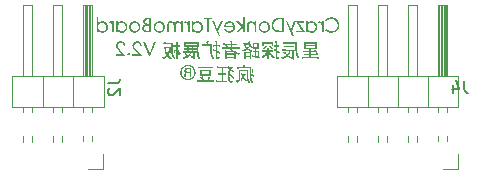
<source format=gbr>
%TF.GenerationSoftware,KiCad,Pcbnew,8.0.1*%
%TF.CreationDate,2024-06-06T08:45:56+08:00*%
%TF.ProjectId,CrazyDonkeyTarmoBoard,4372617a-7944-46f6-9e6b-65795461726d,rev?*%
%TF.SameCoordinates,Original*%
%TF.FileFunction,Legend,Bot*%
%TF.FilePolarity,Positive*%
%FSLAX46Y46*%
G04 Gerber Fmt 4.6, Leading zero omitted, Abs format (unit mm)*
G04 Created by KiCad (PCBNEW 8.0.1) date 2024-06-06 08:45:56*
%MOMM*%
%LPD*%
G01*
G04 APERTURE LIST*
%ADD10C,0.240000*%
%ADD11C,0.150000*%
%ADD12C,0.120000*%
G04 APERTURE END LIST*
D10*
G36*
X88579385Y-73154616D02*
G01*
X88618057Y-73200448D01*
X88673676Y-73254544D01*
X88733929Y-73300625D01*
X88798817Y-73338693D01*
X88868339Y-73368746D01*
X88942496Y-73390785D01*
X89001155Y-73402055D01*
X89062420Y-73408817D01*
X89126293Y-73411071D01*
X89198119Y-73408173D01*
X89266611Y-73399476D01*
X89331769Y-73384982D01*
X89393593Y-73364690D01*
X89452083Y-73338600D01*
X89507239Y-73306713D01*
X89559061Y-73269027D01*
X89607549Y-73225545D01*
X89651444Y-73177560D01*
X89689487Y-73126516D01*
X89721676Y-73072413D01*
X89748013Y-73015251D01*
X89768498Y-72955030D01*
X89783129Y-72891750D01*
X89791908Y-72825411D01*
X89794835Y-72756012D01*
X89791785Y-72691124D01*
X89782635Y-72628133D01*
X89767385Y-72567037D01*
X89746035Y-72507837D01*
X89718585Y-72450533D01*
X89708080Y-72431853D01*
X89673098Y-72378386D01*
X89633438Y-72329431D01*
X89589099Y-72284990D01*
X89540083Y-72245062D01*
X89486389Y-72209647D01*
X89467452Y-72198845D01*
X89408994Y-72170159D01*
X89348805Y-72147408D01*
X89286884Y-72130592D01*
X89223233Y-72119711D01*
X89157851Y-72114765D01*
X89135672Y-72114435D01*
X89070156Y-72116846D01*
X89007257Y-72124079D01*
X88946975Y-72136135D01*
X88889310Y-72153013D01*
X88834263Y-72174713D01*
X88816496Y-72183018D01*
X88757048Y-72215925D01*
X88702061Y-72254890D01*
X88651533Y-72299914D01*
X88611773Y-72343328D01*
X88581143Y-72382907D01*
X88692518Y-72469076D01*
X88737700Y-72419204D01*
X88785465Y-72375982D01*
X88835812Y-72339410D01*
X88888743Y-72309487D01*
X88944256Y-72286214D01*
X89002352Y-72269590D01*
X89063031Y-72259616D01*
X89126293Y-72256291D01*
X89190822Y-72259919D01*
X89252517Y-72270803D01*
X89311379Y-72288942D01*
X89367407Y-72314337D01*
X89420601Y-72346988D01*
X89470962Y-72386894D01*
X89490313Y-72404889D01*
X89534304Y-72452957D01*
X89570838Y-72504288D01*
X89599917Y-72558882D01*
X89621540Y-72616739D01*
X89635706Y-72677859D01*
X89642417Y-72742241D01*
X89643013Y-72768908D01*
X89639364Y-72834411D01*
X89628416Y-72896466D01*
X89610169Y-72955071D01*
X89584624Y-73010228D01*
X89551780Y-73061935D01*
X89511637Y-73110194D01*
X89493537Y-73128531D01*
X89444664Y-73170074D01*
X89391470Y-73204575D01*
X89333954Y-73232035D01*
X89272115Y-73252454D01*
X89205955Y-73265832D01*
X89135473Y-73272169D01*
X89106070Y-73272732D01*
X89033222Y-73267745D01*
X88963423Y-73252783D01*
X88896671Y-73227845D01*
X88832968Y-73192934D01*
X88784201Y-73157822D01*
X88737384Y-73116327D01*
X88692518Y-73068448D01*
X88579385Y-73154616D01*
G37*
G36*
X88003753Y-72481678D02*
G01*
X88076147Y-72599794D01*
X88132127Y-72584847D01*
X88190566Y-72603032D01*
X88226503Y-72636431D01*
X88259393Y-72687481D01*
X88282701Y-72745936D01*
X88289810Y-72771253D01*
X88300939Y-72836569D01*
X88306276Y-72897889D01*
X88309244Y-72960675D01*
X88310583Y-73020206D01*
X88310913Y-73072551D01*
X88310913Y-73388210D01*
X88452769Y-73388210D01*
X88452769Y-72468196D01*
X88310913Y-72468196D01*
X88310913Y-72567847D01*
X88273815Y-72519393D01*
X88231005Y-72479130D01*
X88225623Y-72475230D01*
X88170327Y-72449780D01*
X88127731Y-72444749D01*
X88069332Y-72453981D01*
X88012343Y-72477207D01*
X88003753Y-72481678D01*
G37*
G36*
X87506926Y-72449113D02*
G01*
X87565433Y-72459567D01*
X87631674Y-72481312D01*
X87693587Y-72513093D01*
X87741875Y-72547244D01*
X87787159Y-72588364D01*
X87827519Y-72634287D01*
X87861038Y-72683029D01*
X87892232Y-72745241D01*
X87913575Y-72811513D01*
X87923836Y-72869841D01*
X87927256Y-72930988D01*
X87923857Y-72992100D01*
X87913661Y-73050508D01*
X87892452Y-73117027D01*
X87861454Y-73179652D01*
X87828145Y-73228863D01*
X87788038Y-73275370D01*
X87752281Y-73309167D01*
X87705111Y-73345077D01*
X87644881Y-73378874D01*
X87580694Y-73402532D01*
X87512550Y-73416050D01*
X87452741Y-73419571D01*
X87428446Y-73418925D01*
X87369259Y-73411661D01*
X87312291Y-73396325D01*
X87257541Y-73372918D01*
X87205009Y-73341439D01*
X87154696Y-73301889D01*
X87106600Y-73254267D01*
X87106600Y-73389090D01*
X86970020Y-73389090D01*
X86970020Y-72927471D01*
X87099859Y-72927471D01*
X87101444Y-72964432D01*
X87111842Y-73025390D01*
X87131946Y-73081608D01*
X87161755Y-73133085D01*
X87201269Y-73179822D01*
X87214096Y-73192102D01*
X87261372Y-73228844D01*
X87319935Y-73258949D01*
X87383335Y-73276379D01*
X87442776Y-73281232D01*
X87469019Y-73280305D01*
X87527486Y-73270928D01*
X87589567Y-73247847D01*
X87639740Y-73216832D01*
X87686042Y-73175719D01*
X87709741Y-73148745D01*
X87743611Y-73098677D01*
X87767804Y-73044961D01*
X87782320Y-72987600D01*
X87787159Y-72926591D01*
X87785601Y-72891283D01*
X87775383Y-72832358D01*
X87755628Y-72777080D01*
X87726336Y-72725449D01*
X87687507Y-72677464D01*
X87668431Y-72658607D01*
X87620875Y-72621822D01*
X87561304Y-72592146D01*
X87504612Y-72577000D01*
X87443655Y-72571951D01*
X87425769Y-72572350D01*
X87365925Y-72580042D01*
X87302786Y-72600819D01*
X87245253Y-72634383D01*
X87199510Y-72674240D01*
X87176155Y-72700508D01*
X87142775Y-72750180D01*
X87118933Y-72804564D01*
X87104628Y-72863661D01*
X87099859Y-72927471D01*
X86970020Y-72927471D01*
X86970020Y-72469076D01*
X87106600Y-72469076D01*
X87106600Y-72609173D01*
X87123964Y-72589369D01*
X87169596Y-72545448D01*
X87218405Y-72509513D01*
X87270392Y-72481563D01*
X87325556Y-72461599D01*
X87383896Y-72449621D01*
X87445414Y-72445628D01*
X87506926Y-72449113D01*
G37*
G36*
X86140864Y-72450318D02*
G01*
X86610103Y-73256905D01*
X86147605Y-73256905D01*
X86147605Y-73388210D01*
X86853076Y-73388210D01*
X86383837Y-72581623D01*
X86812630Y-72581623D01*
X86812630Y-72450318D01*
X86140864Y-72450318D01*
G37*
G36*
X85241073Y-72469076D02*
G01*
X85786517Y-73707094D01*
X85931597Y-73707094D01*
X85754276Y-73304386D01*
X86127382Y-72469076D01*
X85982302Y-72469076D01*
X85680124Y-73138496D01*
X85387912Y-72469076D01*
X85241073Y-72469076D01*
G37*
G36*
X85107131Y-73369452D02*
G01*
X84708819Y-73369452D01*
X84693420Y-73369376D01*
X84634154Y-73367535D01*
X84565313Y-73361782D01*
X84502297Y-73352193D01*
X84445106Y-73338769D01*
X84384165Y-73317598D01*
X84331611Y-73290904D01*
X84300222Y-73270246D01*
X84249745Y-73229531D01*
X84204933Y-73183011D01*
X84165788Y-73130684D01*
X84132309Y-73072551D01*
X84115891Y-73037398D01*
X84092427Y-72974559D01*
X84075667Y-72910036D01*
X84065612Y-72843831D01*
X84062260Y-72775942D01*
X84062343Y-72770080D01*
X84207340Y-72770080D01*
X84207935Y-72799179D01*
X84213628Y-72861503D01*
X84225349Y-72919468D01*
X84245442Y-72978762D01*
X84250304Y-72989938D01*
X84278703Y-73042591D01*
X84313914Y-73089864D01*
X84355937Y-73131755D01*
X84365122Y-73139401D01*
X84413997Y-73172889D01*
X84467795Y-73198477D01*
X84526517Y-73216166D01*
X84582735Y-73225783D01*
X84643858Y-73231944D01*
X84705111Y-73235550D01*
X84774547Y-73237611D01*
X84838659Y-73238147D01*
X84967033Y-73238147D01*
X84967033Y-72281497D01*
X84892881Y-72281497D01*
X84830297Y-72282012D01*
X84761411Y-72283991D01*
X84699306Y-72287453D01*
X84635418Y-72293367D01*
X84573704Y-72302600D01*
X84546309Y-72308539D01*
X84487953Y-72326759D01*
X84434140Y-72351703D01*
X84379678Y-72387303D01*
X84359541Y-72403712D01*
X84314450Y-72449822D01*
X84280279Y-72497537D01*
X84252183Y-72551141D01*
X84239264Y-72582993D01*
X84221529Y-72642527D01*
X84210887Y-72704890D01*
X84207340Y-72770080D01*
X84062343Y-72770080D01*
X84062674Y-72746759D01*
X84066868Y-72681208D01*
X84075577Y-72619221D01*
X84088803Y-72560795D01*
X84109447Y-72498385D01*
X84135642Y-72440591D01*
X84167040Y-72387376D01*
X84203640Y-72338741D01*
X84245442Y-72294686D01*
X84291769Y-72255540D01*
X84342235Y-72221926D01*
X84396842Y-72193844D01*
X84455588Y-72171295D01*
X84463332Y-72168842D01*
X84525472Y-72153856D01*
X84589786Y-72144046D01*
X84651174Y-72138013D01*
X84719645Y-72133926D01*
X84779523Y-72132057D01*
X84843935Y-72131434D01*
X85107131Y-72131434D01*
X85107131Y-73369452D01*
G37*
G36*
X83500099Y-72440635D02*
G01*
X83558352Y-72451153D01*
X83624308Y-72473032D01*
X83685957Y-72505009D01*
X83734041Y-72539370D01*
X83779133Y-72580743D01*
X83819240Y-72626941D01*
X83852549Y-72675958D01*
X83883547Y-72738500D01*
X83904756Y-72805101D01*
X83914953Y-72863704D01*
X83918352Y-72925126D01*
X83914974Y-72986449D01*
X83904842Y-73044938D01*
X83883767Y-73111385D01*
X83852965Y-73173752D01*
X83819866Y-73222607D01*
X83780013Y-73268629D01*
X83735130Y-73309665D01*
X83687128Y-73343745D01*
X83625407Y-73375461D01*
X83559193Y-73397161D01*
X83500584Y-73407594D01*
X83438854Y-73411071D01*
X83377153Y-73407594D01*
X83318630Y-73397161D01*
X83252595Y-73375461D01*
X83191135Y-73343745D01*
X83143413Y-73309665D01*
X83098868Y-73268629D01*
X83059184Y-73222607D01*
X83026225Y-73173752D01*
X82995553Y-73111385D01*
X82974568Y-73044938D01*
X82964478Y-72986449D01*
X82961340Y-72929229D01*
X83101213Y-72929229D01*
X83101599Y-72947090D01*
X83109026Y-73007027D01*
X83129089Y-73070614D01*
X83161498Y-73128962D01*
X83199985Y-73175719D01*
X83212493Y-73188070D01*
X83258813Y-73225024D01*
X83316593Y-73255304D01*
X83379539Y-73272834D01*
X83438854Y-73277715D01*
X83456799Y-73277320D01*
X83516613Y-73269716D01*
X83579271Y-73249177D01*
X83635847Y-73215998D01*
X83680362Y-73176598D01*
X83697542Y-73157200D01*
X83731057Y-73108953D01*
X83758095Y-73048695D01*
X83771895Y-72991491D01*
X83776496Y-72930108D01*
X83774939Y-72894388D01*
X83764720Y-72834874D01*
X83744965Y-72779175D01*
X83715673Y-72727291D01*
X83676844Y-72679222D01*
X83670579Y-72672731D01*
X83624656Y-72633060D01*
X83567741Y-72600087D01*
X83506100Y-72580304D01*
X83439734Y-72573709D01*
X83431161Y-72573812D01*
X83365215Y-72582055D01*
X83303959Y-72603488D01*
X83247392Y-72638109D01*
X83201743Y-72679222D01*
X83178182Y-72706209D01*
X83144508Y-72756368D01*
X83120455Y-72810258D01*
X83106023Y-72867878D01*
X83101213Y-72929229D01*
X82961340Y-72929229D01*
X82961115Y-72925126D01*
X82964514Y-72863704D01*
X82974711Y-72805101D01*
X82995920Y-72738500D01*
X83026918Y-72675958D01*
X83060227Y-72626941D01*
X83100334Y-72580743D01*
X83145306Y-72539370D01*
X83193213Y-72505009D01*
X83254573Y-72473032D01*
X83320158Y-72451153D01*
X83378039Y-72440635D01*
X83438854Y-72437129D01*
X83500099Y-72440635D01*
G37*
G36*
X81969294Y-73388210D02*
G01*
X82107926Y-73388210D01*
X82107926Y-72949452D01*
X82108613Y-72887559D01*
X82111082Y-72828226D01*
X82117407Y-72766504D01*
X82122288Y-72742530D01*
X82142710Y-72686249D01*
X82164493Y-72649913D01*
X82207601Y-72608361D01*
X82235421Y-72593346D01*
X82292952Y-72577684D01*
X82340055Y-72574588D01*
X82401018Y-72582209D01*
X82457106Y-72603195D01*
X82460808Y-72605070D01*
X82512367Y-72638652D01*
X82556584Y-72682796D01*
X82561925Y-72689480D01*
X82595760Y-72741584D01*
X82618133Y-72796779D01*
X82620250Y-72804372D01*
X82629894Y-72866979D01*
X82633851Y-72927722D01*
X82635690Y-72993345D01*
X82636077Y-73047345D01*
X82636077Y-73388210D01*
X82776468Y-73388210D01*
X82776468Y-72468196D01*
X82636077Y-72468196D01*
X82636077Y-72606829D01*
X82592073Y-72560136D01*
X82545608Y-72521357D01*
X82486600Y-72485269D01*
X82424048Y-72460577D01*
X82357951Y-72447281D01*
X82311918Y-72444749D01*
X82251468Y-72449786D01*
X82194681Y-72464899D01*
X82141558Y-72490087D01*
X82131373Y-72496333D01*
X82084610Y-72532197D01*
X82042362Y-72580440D01*
X82012308Y-72632292D01*
X82009741Y-72637896D01*
X81990189Y-72696371D01*
X81978181Y-72761273D01*
X81971822Y-72828039D01*
X81969452Y-72892680D01*
X81969294Y-72915747D01*
X81969294Y-73388210D01*
G37*
G36*
X81029057Y-73388210D02*
G01*
X81230117Y-73388210D01*
X81662134Y-72996933D01*
X81662134Y-73388210D01*
X81802232Y-73388210D01*
X81802232Y-72112676D01*
X81662134Y-72112676D01*
X81662134Y-72811699D01*
X81265581Y-72463214D01*
X81057780Y-72461455D01*
X81564242Y-72903437D01*
X81029057Y-73388210D01*
G37*
G36*
X80527518Y-72451096D02*
G01*
X80586146Y-72460212D01*
X80652325Y-72480408D01*
X80713950Y-72510702D01*
X80771020Y-72551094D01*
X80815100Y-72592467D01*
X80854278Y-72638586D01*
X80886816Y-72687367D01*
X80917096Y-72749418D01*
X80937814Y-72815301D01*
X80947774Y-72873132D01*
X80951094Y-72933625D01*
X80949907Y-72970142D01*
X80940407Y-73040037D01*
X80921406Y-73105749D01*
X80892905Y-73167278D01*
X80854904Y-73224623D01*
X80815979Y-73269215D01*
X80781065Y-73301501D01*
X80724434Y-73341858D01*
X80662692Y-73372530D01*
X80595840Y-73393516D01*
X80536226Y-73403605D01*
X80473062Y-73406968D01*
X80454469Y-73406692D01*
X80391990Y-73401381D01*
X80333551Y-73389309D01*
X80271708Y-73367236D01*
X80215142Y-73336333D01*
X80182046Y-73312315D01*
X80138068Y-73272462D01*
X80096839Y-73225344D01*
X80058358Y-73170962D01*
X80027563Y-73118566D01*
X80145679Y-73057896D01*
X80160634Y-73084266D01*
X80201606Y-73142749D01*
X80247702Y-73190598D01*
X80298922Y-73227814D01*
X80355265Y-73254397D01*
X80416731Y-73270347D01*
X80483320Y-73275663D01*
X80546115Y-73270204D01*
X80604367Y-73253828D01*
X80658076Y-73226534D01*
X80707242Y-73188322D01*
X80713003Y-73182808D01*
X80753110Y-73134695D01*
X80782594Y-73079475D01*
X80801452Y-73017147D01*
X80809238Y-72956780D01*
X80002064Y-72956780D01*
X80003231Y-72927643D01*
X80010585Y-72858239D01*
X80017542Y-72825475D01*
X80157403Y-72825475D01*
X80792239Y-72825475D01*
X80776282Y-72780796D01*
X80750671Y-72728060D01*
X80711689Y-72673127D01*
X80664965Y-72630401D01*
X80610498Y-72599882D01*
X80548289Y-72581571D01*
X80478338Y-72575468D01*
X80442550Y-72577078D01*
X80381486Y-72588090D01*
X80324734Y-72609535D01*
X80272295Y-72641413D01*
X80245919Y-72663295D01*
X80206306Y-72709101D01*
X80176800Y-72763161D01*
X80157403Y-72825475D01*
X80017542Y-72825475D01*
X80024280Y-72793743D01*
X80044314Y-72734156D01*
X80070688Y-72679477D01*
X80103402Y-72629708D01*
X80142455Y-72584847D01*
X80177196Y-72552973D01*
X80233188Y-72513131D01*
X80293837Y-72482851D01*
X80359144Y-72462133D01*
X80417124Y-72452172D01*
X80478338Y-72448852D01*
X80527518Y-72451096D01*
G37*
G36*
X79032225Y-72469076D02*
G01*
X79577668Y-73707094D01*
X79722748Y-73707094D01*
X79545428Y-73304386D01*
X79918533Y-72469076D01*
X79773453Y-72469076D01*
X79471276Y-73138496D01*
X79179064Y-72469076D01*
X79032225Y-72469076D01*
G37*
G36*
X78329392Y-72281497D02*
G01*
X78599622Y-72281497D01*
X78599622Y-73388210D01*
X78746461Y-73388210D01*
X78746461Y-72281497D01*
X79018156Y-72281497D01*
X79018156Y-72131434D01*
X78329392Y-72131434D01*
X78329392Y-72281497D01*
G37*
G36*
X77822013Y-72449113D02*
G01*
X77880520Y-72459567D01*
X77946761Y-72481312D01*
X78008674Y-72513093D01*
X78056963Y-72547244D01*
X78102246Y-72588364D01*
X78142606Y-72634287D01*
X78176125Y-72683029D01*
X78207319Y-72745241D01*
X78228662Y-72811513D01*
X78238923Y-72869841D01*
X78242343Y-72930988D01*
X78238945Y-72992100D01*
X78228748Y-73050508D01*
X78207539Y-73117027D01*
X78176541Y-73179652D01*
X78143232Y-73228863D01*
X78103125Y-73275370D01*
X78067368Y-73309167D01*
X78020198Y-73345077D01*
X77959968Y-73378874D01*
X77895781Y-73402532D01*
X77827637Y-73416050D01*
X77767828Y-73419571D01*
X77743533Y-73418925D01*
X77684346Y-73411661D01*
X77627378Y-73396325D01*
X77572628Y-73372918D01*
X77520096Y-73341439D01*
X77469783Y-73301889D01*
X77421687Y-73254267D01*
X77421687Y-73389090D01*
X77285107Y-73389090D01*
X77285107Y-72927471D01*
X77414946Y-72927471D01*
X77416531Y-72964432D01*
X77426929Y-73025390D01*
X77447033Y-73081608D01*
X77476842Y-73133085D01*
X77516356Y-73179822D01*
X77529183Y-73192102D01*
X77576459Y-73228844D01*
X77635023Y-73258949D01*
X77698422Y-73276379D01*
X77757863Y-73281232D01*
X77784106Y-73280305D01*
X77842574Y-73270928D01*
X77904654Y-73247847D01*
X77954827Y-73216832D01*
X78001129Y-73175719D01*
X78024828Y-73148745D01*
X78058698Y-73098677D01*
X78082891Y-73044961D01*
X78097407Y-72987600D01*
X78102246Y-72926591D01*
X78100689Y-72891283D01*
X78090471Y-72832358D01*
X78070716Y-72777080D01*
X78041424Y-72725449D01*
X78002595Y-72677464D01*
X77983519Y-72658607D01*
X77935962Y-72621822D01*
X77876391Y-72592146D01*
X77819699Y-72577000D01*
X77758743Y-72571951D01*
X77740856Y-72572350D01*
X77681012Y-72580042D01*
X77617874Y-72600819D01*
X77560341Y-72634383D01*
X77514597Y-72674240D01*
X77491242Y-72700508D01*
X77457863Y-72750180D01*
X77434020Y-72804564D01*
X77419715Y-72863661D01*
X77414946Y-72927471D01*
X77285107Y-72927471D01*
X77285107Y-72469076D01*
X77421687Y-72469076D01*
X77421687Y-72609173D01*
X77439051Y-72589369D01*
X77484683Y-72545448D01*
X77533493Y-72509513D01*
X77585479Y-72481563D01*
X77640643Y-72461599D01*
X77698983Y-72449621D01*
X77760501Y-72445628D01*
X77822013Y-72449113D01*
G37*
G36*
X76666977Y-72481678D02*
G01*
X76739371Y-72599794D01*
X76795351Y-72584847D01*
X76853790Y-72603032D01*
X76889727Y-72636431D01*
X76922617Y-72687481D01*
X76945925Y-72745936D01*
X76953034Y-72771253D01*
X76964163Y-72836569D01*
X76969500Y-72897889D01*
X76972468Y-72960675D01*
X76973807Y-73020206D01*
X76974137Y-73072551D01*
X76974137Y-73388210D01*
X77115993Y-73388210D01*
X77115993Y-72468196D01*
X76974137Y-72468196D01*
X76974137Y-72567847D01*
X76937039Y-72519393D01*
X76894229Y-72479130D01*
X76888847Y-72475230D01*
X76833551Y-72449780D01*
X76790955Y-72444749D01*
X76732556Y-72453981D01*
X76675567Y-72477207D01*
X76666977Y-72481678D01*
G37*
G36*
X75185693Y-73388210D02*
G01*
X75327549Y-73388210D01*
X75327549Y-72887024D01*
X75328685Y-72824672D01*
X75333159Y-72762254D01*
X75341911Y-72711462D01*
X75366682Y-72657257D01*
X75404339Y-72617673D01*
X75460027Y-72589096D01*
X75521255Y-72579720D01*
X75530955Y-72579571D01*
X75593276Y-72587939D01*
X75648141Y-72610519D01*
X75678966Y-72630276D01*
X75724908Y-72673415D01*
X75758980Y-72726776D01*
X75775100Y-72768029D01*
X75789319Y-72830437D01*
X75796903Y-72892151D01*
X75800774Y-72954746D01*
X75802038Y-73014784D01*
X75802064Y-73025363D01*
X75802064Y-73388210D01*
X75938645Y-73388210D01*
X75938645Y-72917212D01*
X75939543Y-72852897D01*
X75942698Y-72792147D01*
X75950440Y-72730262D01*
X75953006Y-72718203D01*
X75976014Y-72662809D01*
X76016314Y-72618552D01*
X76071635Y-72589316D01*
X76130500Y-72579723D01*
X76139706Y-72579571D01*
X76198745Y-72587262D01*
X76255366Y-72610335D01*
X76280683Y-72626173D01*
X76325759Y-72664984D01*
X76361191Y-72711957D01*
X76379454Y-72747806D01*
X76396301Y-72804346D01*
X76405287Y-72863468D01*
X76409873Y-72925328D01*
X76411370Y-72985874D01*
X76411401Y-72996640D01*
X76411401Y-73388210D01*
X76550034Y-73388210D01*
X76550034Y-72468196D01*
X76411401Y-72468196D01*
X76411401Y-72598329D01*
X76365027Y-72546136D01*
X76314489Y-72504741D01*
X76259788Y-72474145D01*
X76200925Y-72454348D01*
X76137899Y-72445349D01*
X76115965Y-72444749D01*
X76051951Y-72450844D01*
X75992093Y-72469131D01*
X75941283Y-72496333D01*
X75892579Y-72536687D01*
X75854474Y-72587222D01*
X75829029Y-72642000D01*
X75794443Y-72591541D01*
X75750686Y-72543959D01*
X75701318Y-72505308D01*
X75685414Y-72495454D01*
X75630585Y-72468715D01*
X75573810Y-72451879D01*
X75515089Y-72444947D01*
X75503111Y-72444749D01*
X75439730Y-72450556D01*
X75381185Y-72467976D01*
X75327476Y-72497011D01*
X75278603Y-72537659D01*
X75242401Y-72586033D01*
X75218447Y-72639998D01*
X75201027Y-72705504D01*
X75191500Y-72768908D01*
X75186510Y-72840326D01*
X75185693Y-72887024D01*
X75185693Y-73388210D01*
G37*
G36*
X74598326Y-72440635D02*
G01*
X74656579Y-72451153D01*
X74722535Y-72473032D01*
X74784184Y-72505009D01*
X74832268Y-72539370D01*
X74877361Y-72580743D01*
X74917468Y-72626941D01*
X74950777Y-72675958D01*
X74981775Y-72738500D01*
X75002984Y-72805101D01*
X75013180Y-72863704D01*
X75016579Y-72925126D01*
X75013202Y-72986449D01*
X75003070Y-73044938D01*
X74981995Y-73111385D01*
X74951192Y-73173752D01*
X74918094Y-73222607D01*
X74878240Y-73268629D01*
X74833358Y-73309665D01*
X74785355Y-73343745D01*
X74723634Y-73375461D01*
X74657421Y-73397161D01*
X74598811Y-73407594D01*
X74537082Y-73411071D01*
X74475381Y-73407594D01*
X74416857Y-73397161D01*
X74350822Y-73375461D01*
X74289362Y-73343745D01*
X74241640Y-73309665D01*
X74197096Y-73268629D01*
X74157411Y-73222607D01*
X74124453Y-73173752D01*
X74093781Y-73111385D01*
X74072795Y-73044938D01*
X74062706Y-72986449D01*
X74059568Y-72929229D01*
X74199440Y-72929229D01*
X74199826Y-72947090D01*
X74207253Y-73007027D01*
X74227316Y-73070614D01*
X74259726Y-73128962D01*
X74298212Y-73175719D01*
X74310720Y-73188070D01*
X74357040Y-73225024D01*
X74414821Y-73255304D01*
X74477767Y-73272834D01*
X74537082Y-73277715D01*
X74555027Y-73277320D01*
X74614841Y-73269716D01*
X74677498Y-73249177D01*
X74734074Y-73215998D01*
X74778589Y-73176598D01*
X74795769Y-73157200D01*
X74829285Y-73108953D01*
X74856322Y-73048695D01*
X74870123Y-72991491D01*
X74874723Y-72930108D01*
X74873166Y-72894388D01*
X74862948Y-72834874D01*
X74843193Y-72779175D01*
X74813901Y-72727291D01*
X74775072Y-72679222D01*
X74768807Y-72672731D01*
X74722883Y-72633060D01*
X74665969Y-72600087D01*
X74604328Y-72580304D01*
X74537961Y-72573709D01*
X74529388Y-72573812D01*
X74463443Y-72582055D01*
X74402186Y-72603488D01*
X74345620Y-72638109D01*
X74299971Y-72679222D01*
X74276409Y-72706209D01*
X74242735Y-72756368D01*
X74218683Y-72810258D01*
X74204251Y-72867878D01*
X74199440Y-72929229D01*
X74059568Y-72929229D01*
X74059343Y-72925126D01*
X74062742Y-72863704D01*
X74072938Y-72805101D01*
X74094147Y-72738500D01*
X74125145Y-72675958D01*
X74158454Y-72626941D01*
X74198561Y-72580743D01*
X74243534Y-72539370D01*
X74291440Y-72505009D01*
X74352801Y-72473032D01*
X74418385Y-72451153D01*
X74476267Y-72440635D01*
X74537082Y-72437129D01*
X74598326Y-72440635D01*
G37*
G36*
X73852713Y-73388210D02*
G01*
X73506572Y-73388210D01*
X73451819Y-73385720D01*
X73390518Y-73376158D01*
X73325067Y-73355938D01*
X73266153Y-73325957D01*
X73213774Y-73286214D01*
X73187396Y-73259809D01*
X73149697Y-73209588D01*
X73122769Y-73154261D01*
X73106612Y-73093830D01*
X73101709Y-73034156D01*
X73251583Y-73034156D01*
X73259375Y-73083018D01*
X73287047Y-73137617D01*
X73328446Y-73182094D01*
X73381715Y-73213528D01*
X73389358Y-73216509D01*
X73446895Y-73230358D01*
X73510144Y-73236609D01*
X73570759Y-73238147D01*
X73709099Y-73238147D01*
X73709099Y-72806717D01*
X73653411Y-72806717D01*
X73615657Y-72806964D01*
X73556905Y-72808587D01*
X73495050Y-72812899D01*
X73436523Y-72822544D01*
X73387541Y-72839165D01*
X73335114Y-72869438D01*
X73309092Y-72891906D01*
X73272685Y-72940953D01*
X73259022Y-72975847D01*
X73251583Y-73034156D01*
X73101709Y-73034156D01*
X73101227Y-73028294D01*
X73101755Y-73007679D01*
X73109676Y-72949049D01*
X73129626Y-72889561D01*
X73161311Y-72836026D01*
X73185793Y-72806890D01*
X73230244Y-72768093D01*
X73283969Y-72735184D01*
X73339510Y-72710876D01*
X73299572Y-72680516D01*
X73255031Y-72631714D01*
X73223758Y-72575562D01*
X73205752Y-72512062D01*
X73201020Y-72453542D01*
X73349475Y-72453542D01*
X73356831Y-72514089D01*
X73381915Y-72567798D01*
X73424800Y-72608001D01*
X73467115Y-72629287D01*
X73526193Y-72645964D01*
X73588905Y-72654326D01*
X73651653Y-72656654D01*
X73709099Y-72656654D01*
X73709099Y-72281497D01*
X73580724Y-72281497D01*
X73566497Y-72281665D01*
X73502136Y-72287546D01*
X73439807Y-72305691D01*
X73387640Y-72342150D01*
X73357605Y-72395073D01*
X73349475Y-72453542D01*
X73201020Y-72453542D01*
X73200878Y-72451783D01*
X73200978Y-72442217D01*
X73207271Y-72379151D01*
X73226450Y-72315422D01*
X73258416Y-72260596D01*
X73303167Y-72214672D01*
X73309634Y-72209551D01*
X73360045Y-72178256D01*
X73419460Y-72154926D01*
X73477554Y-72141270D01*
X73542263Y-72133466D01*
X73601241Y-72131434D01*
X73852713Y-72131434D01*
X73852713Y-73388210D01*
G37*
G36*
X72534963Y-72440635D02*
G01*
X72593216Y-72451153D01*
X72659172Y-72473032D01*
X72720821Y-72505009D01*
X72768904Y-72539370D01*
X72813997Y-72580743D01*
X72854104Y-72626941D01*
X72887413Y-72675958D01*
X72918411Y-72738500D01*
X72939620Y-72805101D01*
X72949817Y-72863704D01*
X72953216Y-72925126D01*
X72949838Y-72986449D01*
X72939706Y-73044938D01*
X72918631Y-73111385D01*
X72887829Y-73173752D01*
X72854730Y-73222607D01*
X72814877Y-73268629D01*
X72769994Y-73309665D01*
X72721992Y-73343745D01*
X72660271Y-73375461D01*
X72594057Y-73397161D01*
X72535448Y-73407594D01*
X72473718Y-73411071D01*
X72412017Y-73407594D01*
X72353493Y-73397161D01*
X72287459Y-73375461D01*
X72225999Y-73343745D01*
X72178277Y-73309665D01*
X72133732Y-73268629D01*
X72094047Y-73222607D01*
X72061089Y-73173752D01*
X72030417Y-73111385D01*
X72009432Y-73044938D01*
X71999342Y-72986449D01*
X71996204Y-72929229D01*
X72136077Y-72929229D01*
X72136463Y-72947090D01*
X72143890Y-73007027D01*
X72163953Y-73070614D01*
X72196362Y-73128962D01*
X72234849Y-73175719D01*
X72247357Y-73188070D01*
X72293677Y-73225024D01*
X72351457Y-73255304D01*
X72414403Y-73272834D01*
X72473718Y-73277715D01*
X72491663Y-73277320D01*
X72551477Y-73269716D01*
X72614135Y-73249177D01*
X72670711Y-73215998D01*
X72715226Y-73176598D01*
X72732406Y-73157200D01*
X72765921Y-73108953D01*
X72792959Y-73048695D01*
X72806759Y-72991491D01*
X72811359Y-72930108D01*
X72809802Y-72894388D01*
X72799584Y-72834874D01*
X72779829Y-72779175D01*
X72750537Y-72727291D01*
X72711708Y-72679222D01*
X72705443Y-72672731D01*
X72659520Y-72633060D01*
X72602605Y-72600087D01*
X72540964Y-72580304D01*
X72474597Y-72573709D01*
X72466025Y-72573812D01*
X72400079Y-72582055D01*
X72338823Y-72603488D01*
X72282256Y-72638109D01*
X72236607Y-72679222D01*
X72213045Y-72706209D01*
X72179372Y-72756368D01*
X72155319Y-72810258D01*
X72140887Y-72867878D01*
X72136077Y-72929229D01*
X71996204Y-72929229D01*
X71995979Y-72925126D01*
X71999378Y-72863704D01*
X72009575Y-72805101D01*
X72030784Y-72738500D01*
X72061782Y-72675958D01*
X72095091Y-72626941D01*
X72135198Y-72580743D01*
X72180170Y-72539370D01*
X72228077Y-72505009D01*
X72289437Y-72473032D01*
X72355022Y-72451153D01*
X72412903Y-72440635D01*
X72473718Y-72437129D01*
X72534963Y-72440635D01*
G37*
G36*
X71431448Y-72449113D02*
G01*
X71489955Y-72459567D01*
X71556196Y-72481312D01*
X71618109Y-72513093D01*
X71666397Y-72547244D01*
X71711681Y-72588364D01*
X71752041Y-72634287D01*
X71785560Y-72683029D01*
X71816754Y-72745241D01*
X71838097Y-72811513D01*
X71848358Y-72869841D01*
X71851778Y-72930988D01*
X71848379Y-72992100D01*
X71838183Y-73050508D01*
X71816974Y-73117027D01*
X71785976Y-73179652D01*
X71752667Y-73228863D01*
X71712560Y-73275370D01*
X71676803Y-73309167D01*
X71629633Y-73345077D01*
X71569403Y-73378874D01*
X71505216Y-73402532D01*
X71437072Y-73416050D01*
X71377263Y-73419571D01*
X71352968Y-73418925D01*
X71293781Y-73411661D01*
X71236813Y-73396325D01*
X71182063Y-73372918D01*
X71129531Y-73341439D01*
X71079218Y-73301889D01*
X71031122Y-73254267D01*
X71031122Y-73389090D01*
X70894542Y-73389090D01*
X70894542Y-72927471D01*
X71024381Y-72927471D01*
X71025966Y-72964432D01*
X71036364Y-73025390D01*
X71056468Y-73081608D01*
X71086277Y-73133085D01*
X71125791Y-73179822D01*
X71138618Y-73192102D01*
X71185894Y-73228844D01*
X71244457Y-73258949D01*
X71307857Y-73276379D01*
X71367298Y-73281232D01*
X71393541Y-73280305D01*
X71452008Y-73270928D01*
X71514089Y-73247847D01*
X71564262Y-73216832D01*
X71610564Y-73175719D01*
X71634263Y-73148745D01*
X71668133Y-73098677D01*
X71692326Y-73044961D01*
X71706842Y-72987600D01*
X71711681Y-72926591D01*
X71710123Y-72891283D01*
X71699905Y-72832358D01*
X71680150Y-72777080D01*
X71650858Y-72725449D01*
X71612029Y-72677464D01*
X71592953Y-72658607D01*
X71545397Y-72621822D01*
X71485826Y-72592146D01*
X71429134Y-72577000D01*
X71368177Y-72571951D01*
X71350291Y-72572350D01*
X71290447Y-72580042D01*
X71227308Y-72600819D01*
X71169775Y-72634383D01*
X71124032Y-72674240D01*
X71100676Y-72700508D01*
X71067297Y-72750180D01*
X71043455Y-72804564D01*
X71029150Y-72863661D01*
X71024381Y-72927471D01*
X70894542Y-72927471D01*
X70894542Y-72469076D01*
X71031122Y-72469076D01*
X71031122Y-72609173D01*
X71048486Y-72589369D01*
X71094118Y-72545448D01*
X71142927Y-72509513D01*
X71194914Y-72481563D01*
X71250078Y-72461599D01*
X71308418Y-72449621D01*
X71369936Y-72445628D01*
X71431448Y-72449113D01*
G37*
G36*
X70276412Y-72481678D02*
G01*
X70348805Y-72599794D01*
X70404786Y-72584847D01*
X70463225Y-72603032D01*
X70499161Y-72636431D01*
X70532052Y-72687481D01*
X70555359Y-72745936D01*
X70562469Y-72771253D01*
X70573597Y-72836569D01*
X70578935Y-72897889D01*
X70581902Y-72960675D01*
X70583242Y-73020206D01*
X70583572Y-73072551D01*
X70583572Y-73388210D01*
X70725428Y-73388210D01*
X70725428Y-72468196D01*
X70583572Y-72468196D01*
X70583572Y-72567847D01*
X70546474Y-72519393D01*
X70503664Y-72479130D01*
X70498282Y-72475230D01*
X70442986Y-72449780D01*
X70400390Y-72444749D01*
X70341991Y-72453981D01*
X70285002Y-72477207D01*
X70276412Y-72481678D01*
G37*
G36*
X69377794Y-72598915D02*
G01*
X69395121Y-72579111D01*
X69440675Y-72535190D01*
X69489420Y-72499255D01*
X69541357Y-72471305D01*
X69596484Y-72451341D01*
X69654804Y-72439363D01*
X69716314Y-72435370D01*
X69777826Y-72438855D01*
X69836333Y-72449309D01*
X69902574Y-72471054D01*
X69964487Y-72502835D01*
X70012776Y-72536985D01*
X70058059Y-72578106D01*
X70098419Y-72624050D01*
X70131938Y-72672857D01*
X70163132Y-72735203D01*
X70184475Y-72801670D01*
X70194736Y-72860208D01*
X70198156Y-72921609D01*
X70194779Y-72982953D01*
X70184647Y-73041507D01*
X70163572Y-73108088D01*
X70132770Y-73170651D01*
X70099671Y-73219716D01*
X70059817Y-73265991D01*
X70024252Y-73299582D01*
X69977246Y-73335273D01*
X69917098Y-73368864D01*
X69852870Y-73392377D01*
X69784562Y-73405814D01*
X69724521Y-73409313D01*
X69700120Y-73408667D01*
X69640710Y-73401403D01*
X69583576Y-73386067D01*
X69528717Y-73362660D01*
X69476134Y-73331181D01*
X69425826Y-73291631D01*
X69377794Y-73244009D01*
X69377794Y-73378831D01*
X69240920Y-73378831D01*
X69240920Y-72929229D01*
X69371052Y-72929229D01*
X69372687Y-72966575D01*
X69383416Y-73027942D01*
X69404159Y-73084232D01*
X69434916Y-73135445D01*
X69475686Y-73181581D01*
X69482254Y-73187712D01*
X69529798Y-73225178D01*
X69587500Y-73256319D01*
X69648793Y-73275004D01*
X69713676Y-73281232D01*
X69739919Y-73280297D01*
X69798387Y-73270842D01*
X69860467Y-73247569D01*
X69910640Y-73216295D01*
X69956942Y-73174840D01*
X69980641Y-73147674D01*
X70014511Y-73097401D01*
X70038704Y-73043649D01*
X70053220Y-72986420D01*
X70058059Y-72925712D01*
X70057191Y-72899276D01*
X70048413Y-72840137D01*
X70026807Y-72776912D01*
X69997773Y-72725407D01*
X69959287Y-72677464D01*
X69933829Y-72652734D01*
X69885598Y-72617391D01*
X69832682Y-72592146D01*
X69775082Y-72577000D01*
X69712797Y-72571951D01*
X69694530Y-72572350D01*
X69633716Y-72580042D01*
X69570157Y-72600819D01*
X69512935Y-72634383D01*
X69468066Y-72674240D01*
X69445328Y-72700535D01*
X69412833Y-72750388D01*
X69389621Y-72805121D01*
X69375695Y-72864735D01*
X69371052Y-72929229D01*
X69240920Y-72929229D01*
X69240920Y-72112676D01*
X69377794Y-72112676D01*
X69377794Y-72598915D01*
G37*
G36*
X87870983Y-74274929D02*
G01*
X87870770Y-74278612D01*
X87869225Y-74338530D01*
X87869225Y-74670602D01*
X87869240Y-74676765D01*
X87870983Y-74737134D01*
X87875966Y-74785201D01*
X87827056Y-74785201D01*
X87765422Y-74785201D01*
X87703042Y-74785201D01*
X87637756Y-74785201D01*
X87572576Y-74785201D01*
X87510725Y-74785201D01*
X87443350Y-74785201D01*
X87382986Y-74785201D01*
X87382986Y-74954022D01*
X87686922Y-74954022D01*
X87676589Y-74943519D01*
X87627717Y-74906834D01*
X87639734Y-74879870D01*
X87640800Y-74879634D01*
X87695421Y-74857009D01*
X87716789Y-74846035D01*
X87767815Y-74817148D01*
X87771625Y-74825119D01*
X87798296Y-74877965D01*
X87828778Y-74932040D01*
X87857852Y-74977966D01*
X87892672Y-75026122D01*
X87923006Y-75062699D01*
X87964479Y-75106429D01*
X88001810Y-75141326D01*
X88048010Y-75180875D01*
X88033104Y-75190441D01*
X87985043Y-75228036D01*
X87943377Y-75272026D01*
X87932235Y-75260919D01*
X87888308Y-75214181D01*
X87845406Y-75163741D01*
X87808709Y-75116572D01*
X87772798Y-75066569D01*
X87382986Y-75066569D01*
X87382986Y-75216632D01*
X87423330Y-75216068D01*
X87484637Y-75215106D01*
X87548833Y-75213937D01*
X87614235Y-75212528D01*
X87668550Y-75210720D01*
X87730212Y-75207628D01*
X87791555Y-75203150D01*
X87791555Y-75344420D01*
X87762117Y-75341696D01*
X87697737Y-75337052D01*
X87638484Y-75334001D01*
X87574135Y-75331694D01*
X87504692Y-75330131D01*
X87445469Y-75329417D01*
X87382986Y-75329179D01*
X87382986Y-75479242D01*
X87433054Y-75479191D01*
X87494055Y-75478987D01*
X87553296Y-75478625D01*
X87622062Y-75477982D01*
X87688292Y-75477113D01*
X87751988Y-75476018D01*
X87772547Y-75475559D01*
X87841130Y-75473645D01*
X87904469Y-75471255D01*
X87970433Y-75467939D01*
X88029546Y-75464001D01*
X88029546Y-75610547D01*
X88018349Y-75609526D01*
X87959509Y-75605116D01*
X87900292Y-75602047D01*
X87868917Y-75600879D01*
X87806778Y-75598635D01*
X87744954Y-75596478D01*
X87739607Y-75596297D01*
X87678637Y-75594569D01*
X87619784Y-75593418D01*
X87557668Y-75592668D01*
X87518517Y-75592369D01*
X87456814Y-75592037D01*
X87391541Y-75591844D01*
X87330523Y-75591789D01*
X87316751Y-75591793D01*
X87249104Y-75591933D01*
X87183475Y-75592274D01*
X87119863Y-75592815D01*
X87058270Y-75593556D01*
X86998694Y-75594498D01*
X86929867Y-75595892D01*
X86885843Y-75597019D01*
X86823432Y-75599086D01*
X86756115Y-75602072D01*
X86694716Y-75605674D01*
X86631793Y-75610547D01*
X86631793Y-75462242D01*
X86638473Y-75462661D01*
X86702999Y-75466227D01*
X86767012Y-75469084D01*
X86828162Y-75471344D01*
X86894109Y-75473380D01*
X86923720Y-75474129D01*
X86984857Y-75475502D01*
X87048549Y-75476711D01*
X87114797Y-75477756D01*
X87183600Y-75478635D01*
X87242888Y-75479242D01*
X87242888Y-75329179D01*
X87233638Y-75329182D01*
X87170971Y-75329399D01*
X87111950Y-75329952D01*
X87048963Y-75330996D01*
X86983795Y-75332696D01*
X86970057Y-75333120D01*
X86910953Y-75335536D01*
X86850503Y-75339199D01*
X86790355Y-75344420D01*
X86790355Y-75203150D01*
X86800796Y-75204189D01*
X86862153Y-75209088D01*
X86923703Y-75212340D01*
X86983795Y-75214287D01*
X86997756Y-75214571D01*
X87056576Y-75215523D01*
X87120158Y-75216183D01*
X87179700Y-75216520D01*
X87242888Y-75216632D01*
X87242888Y-75066569D01*
X87228032Y-75066572D01*
X87164353Y-75066673D01*
X87099690Y-75066948D01*
X87035966Y-75067448D01*
X87014616Y-75067668D01*
X86950922Y-75068382D01*
X86888248Y-75069207D01*
X86852790Y-75069756D01*
X86792114Y-75070965D01*
X86737892Y-75073310D01*
X86737892Y-74954022D01*
X86790355Y-74954022D01*
X86826267Y-74954022D01*
X86886782Y-74954022D01*
X86914630Y-74954022D01*
X86973267Y-74954022D01*
X87035380Y-74954022D01*
X87057792Y-74954022D01*
X87118231Y-74954022D01*
X87178009Y-74954022D01*
X87242888Y-74954022D01*
X87242888Y-74785201D01*
X87195366Y-74785201D01*
X87129424Y-74785201D01*
X87069891Y-74785201D01*
X87008536Y-74785201D01*
X86942470Y-74785201D01*
X86911047Y-74785201D01*
X86851538Y-74785201D01*
X86788597Y-74785201D01*
X86793579Y-74734496D01*
X86793792Y-74730606D01*
X86795338Y-74670602D01*
X86795338Y-74560107D01*
X86932211Y-74560107D01*
X86932211Y-74672654D01*
X87732351Y-74672654D01*
X87732351Y-74560107D01*
X86932211Y-74560107D01*
X86795338Y-74560107D01*
X86795338Y-74338530D01*
X86795331Y-74335013D01*
X86932211Y-74335013D01*
X86932211Y-74447560D01*
X87732351Y-74447560D01*
X87732351Y-74335013D01*
X86932211Y-74335013D01*
X86795331Y-74335013D01*
X86795325Y-74332422D01*
X86793872Y-74272584D01*
X86788597Y-74222466D01*
X86814879Y-74222466D01*
X86873886Y-74222466D01*
X86880804Y-74222466D01*
X86940924Y-74222466D01*
X87000502Y-74222466D01*
X87032520Y-74222466D01*
X87095184Y-74222466D01*
X87156719Y-74222466D01*
X87209962Y-74222466D01*
X87269654Y-74222466D01*
X87330523Y-74222466D01*
X87386147Y-74222466D01*
X87446342Y-74222466D01*
X87505498Y-74222466D01*
X87542053Y-74222466D01*
X87601782Y-74222466D01*
X87662302Y-74222466D01*
X87671215Y-74222466D01*
X87730079Y-74222466D01*
X87789797Y-74222466D01*
X87816065Y-74222466D01*
X87875966Y-74222466D01*
X87870983Y-74274929D01*
G37*
G36*
X85081632Y-74670896D02*
G01*
X85140011Y-74664674D01*
X85203515Y-74660115D01*
X85265694Y-74657413D01*
X85327317Y-74655713D01*
X85388399Y-74654669D01*
X85455416Y-74654065D01*
X85518925Y-74653896D01*
X85583619Y-74654065D01*
X85643321Y-74654569D01*
X85705438Y-74655559D01*
X85767525Y-74657197D01*
X85773914Y-74657413D01*
X85835337Y-74660115D01*
X85898804Y-74664674D01*
X85957975Y-74670896D01*
X85957975Y-74527867D01*
X85898804Y-74533018D01*
X85835337Y-74536783D01*
X85773914Y-74539004D01*
X85712744Y-74540138D01*
X85651442Y-74540834D01*
X85592454Y-74541203D01*
X85528472Y-74541347D01*
X85518925Y-74541349D01*
X85455416Y-74541237D01*
X85396451Y-74540900D01*
X85334627Y-74540241D01*
X85272170Y-74539149D01*
X85265694Y-74539004D01*
X85203515Y-74536783D01*
X85140011Y-74533018D01*
X85081632Y-74527867D01*
X85081632Y-74670896D01*
G37*
G36*
X85809378Y-74954022D02*
G01*
X85809378Y-75493310D01*
X85561130Y-75370212D01*
X85564647Y-75428903D01*
X85562888Y-75448760D01*
X85544965Y-75505618D01*
X85544130Y-75506792D01*
X85601521Y-75528411D01*
X85656403Y-75551043D01*
X85674263Y-75558963D01*
X85729626Y-75585724D01*
X85772156Y-75608788D01*
X85822879Y-75640596D01*
X85845721Y-75656855D01*
X85892337Y-75695433D01*
X85901995Y-75704336D01*
X85930368Y-75650861D01*
X85943614Y-75630184D01*
X85979946Y-75583542D01*
X85994905Y-75568341D01*
X85956878Y-75520967D01*
X85951234Y-75507672D01*
X85938804Y-75448279D01*
X85937459Y-75415055D01*
X85937459Y-74954022D01*
X86086056Y-74954022D01*
X86093554Y-75022602D01*
X86103298Y-75088977D01*
X86115289Y-75153147D01*
X86129526Y-75215111D01*
X86146008Y-75274871D01*
X86152002Y-75294301D01*
X86171542Y-75351976D01*
X86193452Y-75409156D01*
X86217731Y-75465842D01*
X86244381Y-75522033D01*
X86273400Y-75577730D01*
X86283600Y-75596185D01*
X86335537Y-75567408D01*
X86358045Y-75556618D01*
X86414044Y-75535900D01*
X86433956Y-75530533D01*
X86395859Y-75484783D01*
X86359889Y-75434663D01*
X86342804Y-75407434D01*
X86314544Y-75354196D01*
X86290251Y-75295927D01*
X86280376Y-75267337D01*
X86262818Y-75206241D01*
X86249475Y-75145240D01*
X86240516Y-75091775D01*
X86232284Y-75027300D01*
X86226148Y-74963645D01*
X86221706Y-74902586D01*
X86219413Y-74862284D01*
X86216760Y-74800182D01*
X86214598Y-74737392D01*
X86213844Y-74711928D01*
X86212113Y-74649445D01*
X86210877Y-74585972D01*
X86210327Y-74543108D01*
X86209723Y-74484282D01*
X86209063Y-74421057D01*
X86208569Y-74374287D01*
X86208280Y-74314194D01*
X86208805Y-74253372D01*
X86209448Y-74222466D01*
X86149221Y-74222466D01*
X86115659Y-74222466D01*
X86053484Y-74222466D01*
X85996664Y-74222466D01*
X85936158Y-74222466D01*
X85872665Y-74222466D01*
X85832239Y-74222466D01*
X85768486Y-74222466D01*
X85704207Y-74222466D01*
X85641582Y-74222466D01*
X85599818Y-74222466D01*
X85536712Y-74222466D01*
X85472154Y-74222466D01*
X85408418Y-74222466D01*
X85379706Y-74222466D01*
X85316357Y-74222466D01*
X85255078Y-74222466D01*
X85225247Y-74222466D01*
X85166257Y-74222466D01*
X85106252Y-74222466D01*
X85047507Y-74222466D01*
X84992239Y-74222466D01*
X84992239Y-74372528D01*
X85053640Y-74365609D01*
X85102735Y-74361977D01*
X85163757Y-74358428D01*
X85199162Y-74356408D01*
X85259689Y-74354082D01*
X85291192Y-74353771D01*
X85351299Y-74353771D01*
X85390550Y-74353771D01*
X86065833Y-74353771D01*
X86077557Y-74841475D01*
X85545889Y-74841475D01*
X85481921Y-74841433D01*
X85422863Y-74841306D01*
X85361378Y-74841059D01*
X85299870Y-74840650D01*
X85293537Y-74840595D01*
X85233940Y-74839960D01*
X85170962Y-74838971D01*
X85125596Y-74837958D01*
X85063900Y-74835833D01*
X85014221Y-74832975D01*
X84954506Y-74828071D01*
X84933035Y-74826234D01*
X84933035Y-74967504D01*
X84992166Y-74962888D01*
X85013342Y-74961642D01*
X85072564Y-74958923D01*
X85122372Y-74957539D01*
X85185820Y-74956168D01*
X85249760Y-74955262D01*
X85285038Y-74954901D01*
X85350394Y-74954437D01*
X85409479Y-74954190D01*
X85474609Y-74954053D01*
X85527424Y-74954022D01*
X85510800Y-75011037D01*
X85489066Y-75066899D01*
X85471737Y-75103498D01*
X85442419Y-75155527D01*
X85407494Y-75206775D01*
X85387326Y-75232166D01*
X85340942Y-75194395D01*
X85298641Y-75153777D01*
X85274193Y-75127532D01*
X85233376Y-75079392D01*
X85194454Y-75028614D01*
X85169560Y-74993296D01*
X85121864Y-75031902D01*
X85094235Y-75053087D01*
X85046184Y-75087708D01*
X85044410Y-75088844D01*
X85057892Y-75126360D01*
X85110099Y-75153232D01*
X85138199Y-75171789D01*
X85186401Y-75206601D01*
X85234598Y-75244306D01*
X85284058Y-75284789D01*
X85311123Y-75307490D01*
X85260788Y-75342856D01*
X85204671Y-75374214D01*
X85149223Y-75399011D01*
X85129699Y-75406555D01*
X85067752Y-75427557D01*
X85008327Y-75444396D01*
X84944800Y-75459513D01*
X84885847Y-75471328D01*
X84926163Y-75520233D01*
X84956435Y-75576272D01*
X84975240Y-75633408D01*
X85031198Y-75612057D01*
X85086673Y-75588965D01*
X85112114Y-75577720D01*
X85166063Y-75552132D01*
X85218367Y-75524899D01*
X85241953Y-75511775D01*
X85294671Y-75480071D01*
X85343573Y-75447020D01*
X85356845Y-75437330D01*
X85402230Y-75399737D01*
X85444479Y-75355264D01*
X85484486Y-75305841D01*
X85520097Y-75256639D01*
X85554904Y-75201548D01*
X85578129Y-75158893D01*
X85603922Y-75103346D01*
X85626238Y-75046177D01*
X85645077Y-74987385D01*
X85654040Y-74954022D01*
X85809378Y-74954022D01*
G37*
G36*
X83815184Y-74549556D02*
G01*
X83797599Y-74564503D01*
X83823684Y-74574762D01*
X83855045Y-74594985D01*
X83901266Y-74634699D01*
X83911611Y-74643931D01*
X83957545Y-74684876D01*
X83986643Y-74710756D01*
X84033757Y-74750543D01*
X84082053Y-74788243D01*
X84085414Y-74790770D01*
X84133122Y-74755376D01*
X84136998Y-74752961D01*
X84191303Y-74726709D01*
X84201772Y-74723359D01*
X84150788Y-74692143D01*
X84102029Y-74659165D01*
X84050463Y-74620456D01*
X84030606Y-74604364D01*
X83985721Y-74563783D01*
X83946066Y-74519343D01*
X83916594Y-74475110D01*
X83871254Y-74513758D01*
X83863544Y-74519953D01*
X83815184Y-74549556D01*
G37*
G36*
X83437096Y-74785494D02*
G01*
X83476650Y-74739745D01*
X83517904Y-74697373D01*
X83555212Y-74662396D01*
X83603597Y-74621069D01*
X83653645Y-74582929D01*
X83700585Y-74551021D01*
X83621158Y-74466611D01*
X83571447Y-74503287D01*
X83523796Y-74539678D01*
X83473761Y-74579376D01*
X83469336Y-74582968D01*
X83422166Y-74622047D01*
X83374342Y-74663730D01*
X83340962Y-74694343D01*
X83437096Y-74785494D01*
G37*
G36*
X83393132Y-74522591D02*
G01*
X83393132Y-74353771D01*
X84071932Y-74353771D01*
X84071932Y-74522591D01*
X84201772Y-74522591D01*
X84201772Y-74220707D01*
X84142499Y-74229266D01*
X84133481Y-74230379D01*
X84072607Y-74235521D01*
X84044089Y-74237120D01*
X83985104Y-74239099D01*
X83924236Y-74240229D01*
X83914835Y-74240344D01*
X83853121Y-74240880D01*
X83794388Y-74241138D01*
X83729015Y-74241224D01*
X83664810Y-74241138D01*
X83601589Y-74240845D01*
X83546126Y-74240344D01*
X83484649Y-74239294D01*
X83425243Y-74237408D01*
X83418631Y-74237120D01*
X83359349Y-74233251D01*
X83329825Y-74230379D01*
X83270373Y-74222334D01*
X83259776Y-74220707D01*
X83259776Y-74522591D01*
X83393132Y-74522591D01*
G37*
G36*
X83840683Y-75010295D02*
G01*
X83865670Y-75070273D01*
X83891173Y-75127475D01*
X83917190Y-75181900D01*
X83949091Y-75243545D01*
X83981734Y-75301193D01*
X84009504Y-75346178D01*
X84043510Y-75396706D01*
X84078486Y-75443874D01*
X84120514Y-75494658D01*
X84163861Y-75540870D01*
X84202065Y-75576841D01*
X84249216Y-75535465D01*
X84303731Y-75504141D01*
X84340404Y-75488914D01*
X84291387Y-75456156D01*
X84242965Y-75416052D01*
X84232253Y-75406262D01*
X84189540Y-75364441D01*
X84147568Y-75318994D01*
X84119999Y-75286681D01*
X84083115Y-75240414D01*
X84047824Y-75192693D01*
X84017124Y-75148048D01*
X83983162Y-75094742D01*
X83953816Y-75043415D01*
X83936817Y-75010295D01*
X83995730Y-75012014D01*
X84054352Y-75014314D01*
X84081311Y-75015571D01*
X84141530Y-75018729D01*
X84200821Y-75022859D01*
X84212030Y-75023778D01*
X84212030Y-74884266D01*
X84150531Y-74889066D01*
X84086894Y-74892295D01*
X84046726Y-74893645D01*
X83984925Y-74895053D01*
X83924801Y-74896223D01*
X83860412Y-74897299D01*
X83830425Y-74897748D01*
X83832790Y-74837466D01*
X83835701Y-74790184D01*
X83840965Y-74730162D01*
X83843907Y-74706360D01*
X83784641Y-74713548D01*
X83768876Y-74714273D01*
X83708354Y-74715668D01*
X83693844Y-74715739D01*
X83665121Y-74729221D01*
X83683586Y-74757064D01*
X83701465Y-74781684D01*
X83705568Y-74818614D01*
X83705568Y-74897748D01*
X83642506Y-74897636D01*
X83583343Y-74897299D01*
X83520502Y-74896640D01*
X83455894Y-74895548D01*
X83449113Y-74895404D01*
X83384324Y-74893182D01*
X83325144Y-74889816D01*
X83266527Y-74884792D01*
X83261534Y-74884266D01*
X83261534Y-75025536D01*
X83320281Y-75019903D01*
X83379635Y-75016043D01*
X83432114Y-75013812D01*
X83492541Y-75011958D01*
X83553655Y-75010790D01*
X83615456Y-75010309D01*
X83627899Y-75010295D01*
X83597526Y-75066727D01*
X83565979Y-75119078D01*
X83527689Y-75174997D01*
X83487800Y-75225363D01*
X83452337Y-75264113D01*
X83408245Y-75304049D01*
X83360085Y-75338460D01*
X83307859Y-75367346D01*
X83251565Y-75390705D01*
X83217571Y-75401572D01*
X83256153Y-75446109D01*
X83275896Y-75475138D01*
X83303442Y-75528261D01*
X83317222Y-75563652D01*
X83371003Y-75529648D01*
X83421559Y-75489697D01*
X83468889Y-75443799D01*
X83512993Y-75391955D01*
X83536747Y-75359660D01*
X83570692Y-75306835D01*
X83602844Y-75248157D01*
X83628268Y-75194788D01*
X83652446Y-75137355D01*
X83675380Y-75075857D01*
X83697068Y-75010295D01*
X83705568Y-75022019D01*
X83705568Y-75420037D01*
X83704658Y-75481078D01*
X83702344Y-75541670D01*
X83698725Y-75603035D01*
X83694154Y-75663238D01*
X83693844Y-75666820D01*
X83845666Y-75666820D01*
X83839925Y-75605627D01*
X83835344Y-75544048D01*
X83834821Y-75535808D01*
X83831666Y-75476706D01*
X83830425Y-75415641D01*
X83830425Y-75010295D01*
X83840683Y-75010295D01*
G37*
G36*
X84514207Y-74616381D02*
G01*
X84573412Y-74618416D01*
X84630858Y-74621656D01*
X84690682Y-74626645D01*
X84718492Y-74629863D01*
X84718492Y-74490351D01*
X84660032Y-74497681D01*
X84629978Y-74499730D01*
X84568824Y-74502182D01*
X84514207Y-74503833D01*
X84513342Y-74445162D01*
X84514207Y-74397734D01*
X84516464Y-74337600D01*
X84518604Y-74293394D01*
X84522565Y-74233185D01*
X84525345Y-74205173D01*
X84532672Y-74147434D01*
X84472970Y-74147888D01*
X84452658Y-74148314D01*
X84393670Y-74147842D01*
X84382609Y-74147434D01*
X84336887Y-74157986D01*
X84357110Y-74193157D01*
X84381730Y-74219535D01*
X84387592Y-74254413D01*
X84387592Y-74503833D01*
X84327557Y-74499552D01*
X84303474Y-74497972D01*
X84243496Y-74491560D01*
X84235770Y-74490351D01*
X84235770Y-74628104D01*
X84295533Y-74622261D01*
X84302595Y-74621656D01*
X84361790Y-74617509D01*
X84387592Y-74616381D01*
X84387592Y-74862577D01*
X84337326Y-74830937D01*
X84330146Y-74826527D01*
X84278534Y-74795079D01*
X84270941Y-74790477D01*
X84270677Y-74850312D01*
X84267717Y-74866681D01*
X84249827Y-74923651D01*
X84245735Y-74932919D01*
X84301835Y-74956032D01*
X84310802Y-74960177D01*
X84365165Y-74986917D01*
X84387592Y-74998865D01*
X84387592Y-75480414D01*
X84393203Y-75539264D01*
X84396091Y-75550756D01*
X84429063Y-75600134D01*
X84430676Y-75601461D01*
X84482333Y-75630587D01*
X84505121Y-75638976D01*
X84564961Y-75654863D01*
X84627407Y-75666083D01*
X84632323Y-75666820D01*
X84647501Y-75607250D01*
X84661339Y-75572445D01*
X84690373Y-75520581D01*
X84713509Y-75487155D01*
X84653674Y-75492328D01*
X84616496Y-75493017D01*
X84556977Y-75484437D01*
X84555533Y-75483931D01*
X84523586Y-75460484D01*
X84514207Y-75421796D01*
X84514207Y-75072431D01*
X84568105Y-75106988D01*
X84617690Y-75140757D01*
X84667728Y-75177353D01*
X84686252Y-75191719D01*
X84698760Y-75134023D01*
X84708234Y-75103498D01*
X84729752Y-75048182D01*
X84742232Y-75021726D01*
X84683714Y-74999937D01*
X84629060Y-74978535D01*
X84622065Y-74975711D01*
X84567257Y-74952703D01*
X84514207Y-74929402D01*
X84514207Y-74616381D01*
G37*
G36*
X82203441Y-74158500D02*
G01*
X82218399Y-74216069D01*
X82237473Y-74273170D01*
X82246905Y-74298271D01*
X82269461Y-74352938D01*
X82294919Y-74407993D01*
X82307476Y-74433368D01*
X82336380Y-74487499D01*
X82367606Y-74540470D01*
X82380035Y-74560312D01*
X82412953Y-74609022D01*
X82449378Y-74656827D01*
X82438845Y-74659648D01*
X82381967Y-74680568D01*
X82329504Y-74709290D01*
X82310544Y-74679395D01*
X82279678Y-74626639D01*
X82252362Y-74575524D01*
X82226336Y-74522591D01*
X82216816Y-74544751D01*
X82191261Y-74598882D01*
X82162442Y-74651551D01*
X82158167Y-74658620D01*
X82124498Y-74709153D01*
X82087996Y-74755306D01*
X82124902Y-74781440D01*
X82176803Y-74814217D01*
X82222639Y-74839969D01*
X82276454Y-74866974D01*
X82324604Y-74888475D01*
X82379329Y-74910351D01*
X82417014Y-74923540D01*
X82476343Y-74939660D01*
X82463259Y-74950171D01*
X82420655Y-74991831D01*
X82412858Y-75000807D01*
X82376691Y-75049277D01*
X82325987Y-75023778D01*
X82325382Y-75029788D01*
X82319539Y-75090016D01*
X82316022Y-75147755D01*
X82316022Y-75454036D01*
X82316923Y-75500575D01*
X82320125Y-75559549D01*
X82324184Y-75605531D01*
X82332728Y-75666820D01*
X82187647Y-75666820D01*
X82187647Y-75516757D01*
X81848248Y-75516757D01*
X81848248Y-75641614D01*
X81703167Y-75641614D01*
X81709651Y-75596294D01*
X81715184Y-75535222D01*
X81717388Y-75487033D01*
X81718408Y-75425899D01*
X81718408Y-75146290D01*
X81718377Y-75141600D01*
X81848248Y-75141600D01*
X81848248Y-75404210D01*
X82187647Y-75404210D01*
X82187647Y-75141600D01*
X81848248Y-75141600D01*
X81718377Y-75141600D01*
X81718315Y-75132373D01*
X81715770Y-75073017D01*
X81715601Y-75070756D01*
X81706391Y-75011468D01*
X81751527Y-75019088D01*
X81811318Y-75024657D01*
X81837397Y-75025963D01*
X81896608Y-75027881D01*
X81955503Y-75028796D01*
X82017361Y-75029053D01*
X82069587Y-75028724D01*
X82132962Y-75027193D01*
X82195268Y-75023778D01*
X82250702Y-75018456D01*
X82309280Y-75010295D01*
X82259982Y-74985159D01*
X82206546Y-74955725D01*
X82153942Y-74924420D01*
X82116609Y-74900752D01*
X82063496Y-74864977D01*
X82013844Y-74828872D01*
X81999695Y-74839396D01*
X81949778Y-74873284D01*
X81895625Y-74905341D01*
X81843265Y-74932626D01*
X81786243Y-74958518D01*
X81730885Y-74980715D01*
X81671131Y-75002142D01*
X81615240Y-75020260D01*
X81595897Y-74970778D01*
X81568868Y-74917142D01*
X81535812Y-74864336D01*
X81574600Y-74859265D01*
X81633415Y-74849873D01*
X81694809Y-74837423D01*
X81757096Y-74821251D01*
X81814089Y-74802447D01*
X81871756Y-74778522D01*
X81924158Y-74751203D01*
X81918715Y-74745491D01*
X81878916Y-74700535D01*
X81840920Y-74651845D01*
X81835958Y-74645091D01*
X81800058Y-74593635D01*
X81766475Y-74540763D01*
X81762178Y-74533582D01*
X81731631Y-74479727D01*
X81705548Y-74428802D01*
X81841507Y-74428802D01*
X81855571Y-74457218D01*
X81885562Y-74512448D01*
X81917710Y-74566262D01*
X81937754Y-74597507D01*
X81972897Y-74646699D01*
X82012086Y-74693757D01*
X82027138Y-74678110D01*
X82066696Y-74630570D01*
X82100013Y-74581503D01*
X82121659Y-74543829D01*
X82150160Y-74487177D01*
X82175924Y-74428802D01*
X81841507Y-74428802D01*
X81705548Y-74428802D01*
X81704047Y-74425871D01*
X81679940Y-74373175D01*
X81657445Y-74316255D01*
X82130202Y-74322703D01*
X82117837Y-74300529D01*
X82086238Y-74250602D01*
X82084867Y-74248638D01*
X82045791Y-74201949D01*
X82029085Y-74179088D01*
X82057515Y-74169416D01*
X82066741Y-74168851D01*
X82125219Y-74162089D01*
X82142075Y-74159284D01*
X82201130Y-74147434D01*
X82203441Y-74158500D01*
G37*
G36*
X82972107Y-74315376D02*
G01*
X82968443Y-74375459D01*
X82967825Y-74391589D01*
X82966310Y-74450493D01*
X82965805Y-74513212D01*
X82965929Y-74540909D01*
X82967045Y-74600920D01*
X82969322Y-74660930D01*
X82969526Y-74665524D01*
X82972796Y-74725021D01*
X82977822Y-74785201D01*
X82937639Y-74780585D01*
X82876412Y-74774650D01*
X82861350Y-74773303D01*
X82800217Y-74769070D01*
X82741297Y-74766443D01*
X82741297Y-75398935D01*
X82745320Y-75399987D01*
X82804019Y-75413296D01*
X82805906Y-75413663D01*
X82864689Y-75425899D01*
X82864689Y-75036087D01*
X82856189Y-75005606D01*
X82830690Y-74976883D01*
X82815742Y-74955780D01*
X82842707Y-74949919D01*
X82847297Y-74950204D01*
X82906015Y-74948453D01*
X82928480Y-74946081D01*
X82987787Y-74936436D01*
X82983932Y-74974103D01*
X82980460Y-75033743D01*
X82978657Y-75083743D01*
X82977822Y-75144238D01*
X82977822Y-75442898D01*
X83022372Y-75449639D01*
X83062232Y-75454622D01*
X83053050Y-75480720D01*
X83035268Y-75538739D01*
X83028926Y-75562462D01*
X83016510Y-75619926D01*
X82964372Y-75595598D01*
X82906894Y-75574496D01*
X82864163Y-75560390D01*
X82804015Y-75541293D01*
X82745694Y-75523498D01*
X82691317Y-75507779D01*
X82631569Y-75491414D01*
X82571890Y-75476018D01*
X82540164Y-75468084D01*
X82482215Y-75454070D01*
X82423879Y-75440847D01*
X82424302Y-75437442D01*
X82426517Y-75378125D01*
X82426206Y-75369177D01*
X82418897Y-75310128D01*
X82457958Y-75322261D01*
X82514444Y-75338851D01*
X82568959Y-75354092D01*
X82626405Y-75369332D01*
X82626405Y-75066569D01*
X82595120Y-75067416D01*
X82533495Y-75069793D01*
X82531395Y-75069908D01*
X82472825Y-75078293D01*
X82472825Y-74954022D01*
X82474517Y-74954513D01*
X82532909Y-74966039D01*
X82566962Y-74969348D01*
X82626405Y-74972780D01*
X82626405Y-74766443D01*
X82595030Y-74767628D01*
X82534668Y-74770840D01*
X82519936Y-74771822D01*
X82461102Y-74778460D01*
X82461412Y-74775324D01*
X82466243Y-74715266D01*
X82469601Y-74656241D01*
X82470697Y-74628870D01*
X82472293Y-74568789D01*
X82472825Y-74507644D01*
X82472797Y-74494726D01*
X82471916Y-74435805D01*
X82470216Y-74391286D01*
X82597975Y-74391286D01*
X82597975Y-74653896D01*
X82842707Y-74653896D01*
X82842707Y-74391286D01*
X82597975Y-74391286D01*
X82470216Y-74391286D01*
X82469601Y-74375166D01*
X82466243Y-74322489D01*
X82461102Y-74263498D01*
X82508560Y-74269303D01*
X82570132Y-74274636D01*
X82594078Y-74276030D01*
X82656685Y-74278162D01*
X82717850Y-74278739D01*
X82744198Y-74278653D01*
X82807278Y-74277626D01*
X82866447Y-74275222D01*
X82918492Y-74271135D01*
X82977822Y-74262912D01*
X82972107Y-74315376D01*
G37*
G36*
X80737554Y-74144344D02*
G01*
X80730397Y-74203708D01*
X80728217Y-74233530D01*
X80726003Y-74292930D01*
X80725414Y-74353771D01*
X80766672Y-74353670D01*
X80828665Y-74353093D01*
X80892496Y-74351831D01*
X80956077Y-74349667D01*
X81008128Y-74346893D01*
X81067589Y-74342684D01*
X81127243Y-74337064D01*
X81127243Y-74483024D01*
X81083652Y-74478732D01*
X81020193Y-74474020D01*
X80956664Y-74470714D01*
X80912740Y-74469001D01*
X80850784Y-74467417D01*
X80790536Y-74466592D01*
X80725414Y-74466318D01*
X80725414Y-74653896D01*
X80748313Y-74653667D01*
X80815705Y-74652870D01*
X80881139Y-74651909D01*
X80944615Y-74650782D01*
X81006133Y-74649491D01*
X81065694Y-74648034D01*
X81085043Y-74647469D01*
X81150550Y-74645237D01*
X81212606Y-74642612D01*
X81279302Y-74639132D01*
X81341493Y-74635138D01*
X81341493Y-74784908D01*
X81321191Y-74783901D01*
X81261757Y-74781080D01*
X81203153Y-74778460D01*
X81160168Y-74776551D01*
X81098886Y-74774223D01*
X81038729Y-74772305D01*
X81021581Y-74771821D01*
X80962001Y-74770355D01*
X80898700Y-74769119D01*
X80838548Y-74768202D01*
X80782036Y-74767433D01*
X80722410Y-74766883D01*
X80659670Y-74766553D01*
X80593816Y-74766443D01*
X80627046Y-74788095D01*
X80677851Y-74820436D01*
X80729811Y-74852612D01*
X80764982Y-74873715D01*
X80818288Y-74904819D01*
X80872253Y-74935264D01*
X80891432Y-74933625D01*
X80950475Y-74926905D01*
X81012351Y-74916506D01*
X81005610Y-74958125D01*
X81002386Y-75005020D01*
X81033827Y-75022163D01*
X81089629Y-75051254D01*
X81144410Y-75078072D01*
X81198171Y-75102619D01*
X81255868Y-75126187D01*
X81316359Y-75146888D01*
X81373733Y-75162117D01*
X81356697Y-75174994D01*
X81313942Y-75216925D01*
X81299127Y-75236657D01*
X81270564Y-75288732D01*
X81250912Y-75279592D01*
X81194364Y-75252247D01*
X81139846Y-75224545D01*
X81105536Y-75206593D01*
X81053452Y-75178841D01*
X81000627Y-75150100D01*
X81000627Y-75454915D01*
X81000998Y-75487819D01*
X81003265Y-75547239D01*
X81007493Y-75605949D01*
X81014109Y-75666820D01*
X80867271Y-75666820D01*
X80867271Y-75573031D01*
X80249434Y-75573031D01*
X80249434Y-75659200D01*
X80094095Y-75659200D01*
X80099209Y-75609191D01*
X80103474Y-75550170D01*
X80105157Y-75501801D01*
X80105819Y-75442312D01*
X80105819Y-75291663D01*
X80249434Y-75291663D01*
X80249434Y-75460484D01*
X80867271Y-75460484D01*
X80867271Y-75291663D01*
X80249434Y-75291663D01*
X80105819Y-75291663D01*
X80105819Y-75089430D01*
X80105590Y-75057591D01*
X80105250Y-75047811D01*
X80249434Y-75047811D01*
X80249434Y-75179116D01*
X80867271Y-75179116D01*
X80867271Y-75074775D01*
X80843823Y-75061293D01*
X80820083Y-75047811D01*
X80249434Y-75047811D01*
X80105250Y-75047811D01*
X80103474Y-74996813D01*
X80101991Y-74976846D01*
X80095561Y-74916506D01*
X80101195Y-74917486D01*
X80160270Y-74925077D01*
X80218952Y-74929988D01*
X80258648Y-74932296D01*
X80318672Y-74934522D01*
X80379273Y-74935264D01*
X80650969Y-74935264D01*
X80614571Y-74912861D01*
X80562515Y-74879874D01*
X80513509Y-74847630D01*
X80501781Y-74839695D01*
X80450794Y-74803551D01*
X80403014Y-74766443D01*
X80362558Y-74766842D01*
X80294185Y-74767693D01*
X80228897Y-74768741D01*
X80166695Y-74769985D01*
X80107578Y-74771426D01*
X80050941Y-74773089D01*
X79988824Y-74775608D01*
X79929491Y-74778786D01*
X79866070Y-74783150D01*
X79866070Y-74635138D01*
X79900645Y-74636712D01*
X79961618Y-74639535D01*
X80015019Y-74641797D01*
X80077096Y-74644517D01*
X80131828Y-74646990D01*
X80191988Y-74649793D01*
X80224989Y-74651201D01*
X80284898Y-74653896D01*
X80247440Y-74617961D01*
X80203359Y-74577189D01*
X80157403Y-74536660D01*
X80146266Y-74527129D01*
X80097700Y-74486401D01*
X80051890Y-74449612D01*
X80027516Y-74430938D01*
X79977445Y-74394803D01*
X79940222Y-74373701D01*
X79935240Y-74346443D01*
X79981081Y-74316562D01*
X80029920Y-74280254D01*
X80077096Y-74240344D01*
X80101350Y-74280058D01*
X80137180Y-74328272D01*
X80150388Y-74344725D01*
X80190491Y-74392394D01*
X80231848Y-74438767D01*
X80258703Y-74467692D01*
X80300221Y-74510735D01*
X80343223Y-74553366D01*
X80361222Y-74570735D01*
X80406747Y-74613016D01*
X80453719Y-74653896D01*
X80583558Y-74653896D01*
X80583558Y-74466318D01*
X80537012Y-74467179D01*
X80477975Y-74468781D01*
X80415617Y-74471300D01*
X80406691Y-74471717D01*
X80347033Y-74475404D01*
X80284898Y-74481265D01*
X80284898Y-74338823D01*
X80296057Y-74340059D01*
X80355254Y-74345387D01*
X80415617Y-74349081D01*
X80457933Y-74350756D01*
X80520341Y-74352555D01*
X80583558Y-74353771D01*
X80583558Y-74221293D01*
X80577696Y-74179088D01*
X80561576Y-74153589D01*
X80543991Y-74136297D01*
X80568317Y-74128676D01*
X80625384Y-74126845D01*
X80685844Y-74120598D01*
X80743879Y-74109919D01*
X80737554Y-74144344D01*
G37*
G36*
X78182846Y-74517316D02*
G01*
X78238534Y-74511747D01*
X78297932Y-74508162D01*
X78317962Y-74507351D01*
X78377446Y-74505650D01*
X78432560Y-74504713D01*
X78491830Y-74504143D01*
X78554527Y-74503875D01*
X78594640Y-74503833D01*
X78861353Y-74503833D01*
X78859055Y-74573577D01*
X78857472Y-74640659D01*
X78856605Y-74705079D01*
X78856453Y-74766837D01*
X78857017Y-74825933D01*
X78858638Y-74893335D01*
X78859008Y-74904196D01*
X78861887Y-74967635D01*
X78866125Y-75028476D01*
X78872789Y-75096176D01*
X78881304Y-75160342D01*
X78890076Y-75212528D01*
X78902169Y-75270608D01*
X78918601Y-75333824D01*
X78937817Y-75393669D01*
X78959817Y-75450144D01*
X78962763Y-75456967D01*
X78988042Y-75510859D01*
X79016691Y-75563799D01*
X79048712Y-75615786D01*
X79084102Y-75666820D01*
X79132485Y-75633298D01*
X79161186Y-75617581D01*
X79218437Y-75595378D01*
X79247941Y-75587392D01*
X79203721Y-75545757D01*
X79164045Y-75500643D01*
X79128914Y-75452052D01*
X79111360Y-75423554D01*
X79082947Y-75367490D01*
X79061194Y-75311272D01*
X79042738Y-75249045D01*
X79029294Y-75189667D01*
X79018291Y-75125129D01*
X79010735Y-75065256D01*
X79004909Y-75001179D01*
X79000815Y-74932897D01*
X78998726Y-74872785D01*
X78998227Y-74847923D01*
X78997586Y-74782995D01*
X78997860Y-74713873D01*
X78999051Y-74640559D01*
X79000663Y-74578889D01*
X79002861Y-74514534D01*
X79005646Y-74447497D01*
X79009016Y-74377775D01*
X79009950Y-74359926D01*
X78960125Y-74366374D01*
X78900788Y-74369515D01*
X78890076Y-74369891D01*
X78828983Y-74371179D01*
X78776943Y-74371942D01*
X78714019Y-74372322D01*
X78650272Y-74372492D01*
X78597864Y-74372528D01*
X78536167Y-74372459D01*
X78476129Y-74372226D01*
X78436077Y-74371942D01*
X78376920Y-74370925D01*
X78320306Y-74369304D01*
X78259538Y-74366474D01*
X78240292Y-74365201D01*
X78182846Y-74357581D01*
X78182846Y-74517316D01*
G37*
G36*
X78665568Y-74336185D02*
G01*
X78686712Y-74278390D01*
X78703670Y-74237413D01*
X78728680Y-74181965D01*
X78741479Y-74155641D01*
X78587899Y-74109919D01*
X78558254Y-74160919D01*
X78543935Y-74189346D01*
X78519300Y-74243598D01*
X78501730Y-74285480D01*
X78665568Y-74336185D01*
G37*
G36*
X79441967Y-74578865D02*
G01*
X79504109Y-74580900D01*
X79564431Y-74583922D01*
X79567996Y-74584140D01*
X79626533Y-74588880D01*
X79665010Y-74594106D01*
X79665010Y-74452836D01*
X79604981Y-74459916D01*
X79567996Y-74462214D01*
X79508059Y-74464413D01*
X79446278Y-74466207D01*
X79441967Y-74466318D01*
X79442297Y-74403889D01*
X79443456Y-74340664D01*
X79445723Y-74279115D01*
X79447243Y-74251775D01*
X79451872Y-74190879D01*
X79460197Y-74131157D01*
X79460725Y-74128676D01*
X79401597Y-74137593D01*
X79377194Y-74139814D01*
X79317020Y-74141109D01*
X79303628Y-74140693D01*
X79278422Y-74186415D01*
X79302749Y-74211035D01*
X79308610Y-74244154D01*
X79308610Y-74466318D01*
X79248362Y-74465475D01*
X79187895Y-74462513D01*
X79124508Y-74455995D01*
X79104326Y-74452836D01*
X79104326Y-74592347D01*
X79165252Y-74584928D01*
X79193132Y-74583261D01*
X79254915Y-74580572D01*
X79308610Y-74578865D01*
X79308610Y-74871370D01*
X79254496Y-74847630D01*
X79196599Y-74821251D01*
X79141050Y-74794873D01*
X79124842Y-74786960D01*
X79130008Y-74845541D01*
X79128359Y-74863750D01*
X79112844Y-74921164D01*
X79109601Y-74928523D01*
X79166066Y-74947577D01*
X79199874Y-74960177D01*
X79256107Y-74982053D01*
X79308610Y-75003554D01*
X79308610Y-75472501D01*
X79314567Y-75530847D01*
X79321213Y-75552515D01*
X79357087Y-75599903D01*
X79366936Y-75607030D01*
X79420623Y-75632479D01*
X79457208Y-75642787D01*
X79517761Y-75654928D01*
X79575848Y-75663529D01*
X79602581Y-75666820D01*
X79612001Y-75606735D01*
X79619580Y-75581531D01*
X79642325Y-75525066D01*
X79658269Y-75491258D01*
X79594178Y-75493837D01*
X79532972Y-75491007D01*
X79487689Y-75480414D01*
X79445584Y-75437953D01*
X79441967Y-75413589D01*
X79441967Y-75063931D01*
X79497085Y-75092701D01*
X79551430Y-75121857D01*
X79558617Y-75125773D01*
X79610219Y-75155157D01*
X79660292Y-75187067D01*
X79663251Y-75189081D01*
X79669634Y-75129521D01*
X79674389Y-75101447D01*
X79688204Y-75042055D01*
X79696957Y-75011761D01*
X79639113Y-74995197D01*
X79579337Y-74976830D01*
X79571220Y-74974245D01*
X79514456Y-74955195D01*
X79458028Y-74934463D01*
X79441967Y-74928230D01*
X79441967Y-74578865D01*
G37*
G36*
X77876236Y-74266374D02*
G01*
X77874075Y-74328638D01*
X77872133Y-74390499D01*
X77870411Y-74451956D01*
X77869355Y-74489749D01*
X77867670Y-74555756D01*
X77866264Y-74619167D01*
X77865135Y-74679981D01*
X77865027Y-74686553D01*
X77864134Y-74749751D01*
X77863585Y-74808369D01*
X77863377Y-74867560D01*
X77863384Y-74877681D01*
X77863763Y-74936768D01*
X77865135Y-74996520D01*
X77868147Y-75051878D01*
X77872394Y-75113619D01*
X77877738Y-75173547D01*
X77879776Y-75191980D01*
X77889000Y-75253681D01*
X77901479Y-75311007D01*
X77903507Y-75318829D01*
X77921934Y-75376325D01*
X77946029Y-75431761D01*
X77959408Y-75457625D01*
X77988573Y-75508858D01*
X78020474Y-75559842D01*
X77975126Y-75577335D01*
X77921298Y-75610975D01*
X77878617Y-75652166D01*
X77868313Y-75630320D01*
X77843666Y-75574793D01*
X77820585Y-75517050D01*
X77814550Y-75500917D01*
X77795299Y-75444232D01*
X77778966Y-75387211D01*
X77774826Y-75370807D01*
X77762068Y-75312383D01*
X77752002Y-75252389D01*
X77748341Y-75226011D01*
X77741680Y-75166596D01*
X77736761Y-75104085D01*
X77537459Y-75104085D01*
X77537459Y-75422382D01*
X77538104Y-75445158D01*
X77550941Y-75502689D01*
X77554683Y-75508885D01*
X77601646Y-75546360D01*
X77582692Y-75563556D01*
X77544200Y-75609081D01*
X77526323Y-75634309D01*
X77495254Y-75685578D01*
X77457445Y-75643080D01*
X77442553Y-75630437D01*
X77395017Y-75595599D01*
X77355625Y-75571002D01*
X77302107Y-75540791D01*
X77280863Y-75529422D01*
X77225926Y-75500811D01*
X77172853Y-75473966D01*
X77176109Y-75465123D01*
X77192490Y-75408607D01*
X77194179Y-75399127D01*
X77198352Y-75340023D01*
X77239208Y-75370914D01*
X77288624Y-75404210D01*
X77307567Y-75415929D01*
X77358898Y-75445518D01*
X77410844Y-75473380D01*
X77410844Y-75104085D01*
X77242023Y-75104085D01*
X77231288Y-75131273D01*
X77205796Y-75189267D01*
X77178450Y-75242855D01*
X77145889Y-75297232D01*
X77139017Y-75307449D01*
X77101843Y-75356198D01*
X77059974Y-75401055D01*
X77013412Y-75442019D01*
X76988150Y-75461014D01*
X76939072Y-75493078D01*
X76885357Y-75522405D01*
X76827005Y-75548997D01*
X76813329Y-75554552D01*
X76755461Y-75575765D01*
X76692538Y-75595365D01*
X76633333Y-75611193D01*
X76570257Y-75625787D01*
X76566943Y-75597852D01*
X76551793Y-75539618D01*
X76535782Y-75507046D01*
X76499329Y-75460484D01*
X76523596Y-75459898D01*
X76584384Y-75455226D01*
X76645344Y-75445976D01*
X76706475Y-75432146D01*
X76767778Y-75413736D01*
X76829253Y-75390746D01*
X76890899Y-75363177D01*
X76848529Y-75327292D01*
X76802110Y-75290730D01*
X76749336Y-75255027D01*
X76739842Y-75249579D01*
X76683391Y-75224545D01*
X76658771Y-75213115D01*
X76678408Y-75194943D01*
X76707131Y-75182340D01*
X76744940Y-75161824D01*
X76782162Y-75138963D01*
X76810006Y-75119032D01*
X76833747Y-75154496D01*
X76835862Y-75157297D01*
X76874193Y-75203150D01*
X76884704Y-75214774D01*
X76926363Y-75257665D01*
X76938930Y-75269706D01*
X76983809Y-75310421D01*
X76989260Y-75305582D01*
X77032290Y-75261343D01*
X77069099Y-75214580D01*
X77071660Y-75210976D01*
X77104710Y-75158087D01*
X77128890Y-75104085D01*
X77065495Y-75104169D01*
X76998574Y-75104471D01*
X76937552Y-75104993D01*
X76875952Y-75105843D01*
X76826548Y-75106777D01*
X76765735Y-75108241D01*
X76704493Y-75110240D01*
X76657438Y-75112163D01*
X76597515Y-75116101D01*
X76595093Y-75116303D01*
X76534793Y-75122842D01*
X76534793Y-74974831D01*
X76598297Y-74981604D01*
X76661550Y-74985217D01*
X76727043Y-74987677D01*
X76787804Y-74989284D01*
X76856003Y-74990571D01*
X76931639Y-74991538D01*
X76931639Y-74841475D01*
X77059720Y-74841475D01*
X77059720Y-74991538D01*
X77306210Y-74991538D01*
X77306210Y-74841475D01*
X77059720Y-74841475D01*
X76931639Y-74841475D01*
X76895439Y-74841643D01*
X76836775Y-74842715D01*
X76778059Y-74844992D01*
X76721206Y-74848486D01*
X76659650Y-74854957D01*
X76659650Y-74734203D01*
X76719898Y-74739345D01*
X76778938Y-74742703D01*
X76811290Y-74744043D01*
X76872934Y-74746160D01*
X76931639Y-74747685D01*
X76931639Y-74597623D01*
X77059720Y-74597623D01*
X77059720Y-74747685D01*
X77306210Y-74728928D01*
X77306210Y-74597623D01*
X77434584Y-74597623D01*
X77434584Y-74747685D01*
X77478476Y-74746301D01*
X77537752Y-74743582D01*
X77566758Y-74741705D01*
X77627145Y-74735962D01*
X77627145Y-74853198D01*
X77596643Y-74850982D01*
X77536873Y-74846750D01*
X77494357Y-74844010D01*
X77434584Y-74841475D01*
X77434584Y-74991538D01*
X77730020Y-74991538D01*
X77729124Y-74969000D01*
X77727675Y-74910351D01*
X77727071Y-74881115D01*
X77725917Y-74821838D01*
X77725484Y-74779090D01*
X77725917Y-74719842D01*
X77726603Y-74657905D01*
X77726796Y-74597623D01*
X77434584Y-74597623D01*
X77306210Y-74597623D01*
X77059720Y-74597623D01*
X76931639Y-74597623D01*
X76879451Y-74596194D01*
X76816724Y-74595306D01*
X76756077Y-74595864D01*
X76710410Y-74596936D01*
X76651151Y-74597623D01*
X76656264Y-74552294D01*
X76660530Y-74492696D01*
X76662237Y-74449504D01*
X76663167Y-74387769D01*
X76663496Y-74335013D01*
X76801507Y-74335013D01*
X76801507Y-74485076D01*
X77726796Y-74485076D01*
X77726796Y-74335013D01*
X76801507Y-74335013D01*
X76663496Y-74335013D01*
X76663520Y-74331144D01*
X76659985Y-74267098D01*
X76651151Y-74203708D01*
X76684000Y-74207513D01*
X76744061Y-74212207D01*
X76747250Y-74212373D01*
X76807781Y-74215268D01*
X76866573Y-74217776D01*
X76918890Y-74219549D01*
X76977511Y-74220836D01*
X77036273Y-74221586D01*
X77080798Y-74221929D01*
X77143031Y-74222246D01*
X77203060Y-74222411D01*
X77267522Y-74222466D01*
X77308652Y-74222444D01*
X77370293Y-74222321D01*
X77433508Y-74222050D01*
X77496133Y-74221586D01*
X77535960Y-74221104D01*
X77598622Y-74219819D01*
X77658506Y-74217776D01*
X77718857Y-74215093D01*
X77778380Y-74212207D01*
X77819667Y-74209391D01*
X77878617Y-74203708D01*
X77876236Y-74266374D01*
G37*
G36*
X75027128Y-74208436D02*
G01*
X75087232Y-74227843D01*
X75152414Y-74244164D01*
X75212325Y-74255697D01*
X75275966Y-74264964D01*
X75286931Y-74266291D01*
X75354703Y-74273036D01*
X75413778Y-74277068D01*
X75475214Y-74279654D01*
X75539012Y-74280794D01*
X75605171Y-74280489D01*
X75673691Y-74278739D01*
X75671699Y-74293655D01*
X75667316Y-74355602D01*
X75665598Y-74418995D01*
X75665191Y-74478334D01*
X75665198Y-74487532D01*
X75665514Y-74546622D01*
X75666304Y-74612409D01*
X75667324Y-74672348D01*
X75668674Y-74736939D01*
X75670352Y-74806180D01*
X75671932Y-74864922D01*
X75674074Y-74925702D01*
X75677999Y-74990768D01*
X75683499Y-75051145D01*
X75691569Y-75113464D01*
X75692575Y-75120016D01*
X75704390Y-75182928D01*
X75719411Y-75241088D01*
X75739636Y-75299577D01*
X75756672Y-75339016D01*
X75786210Y-75394396D01*
X75820530Y-75445243D01*
X75853096Y-75485326D01*
X75893481Y-75528491D01*
X75938645Y-75570686D01*
X75903245Y-75585591D01*
X75849671Y-75614861D01*
X75801772Y-75651872D01*
X75786748Y-75632958D01*
X75750231Y-75585051D01*
X75715017Y-75535515D01*
X75710291Y-75528574D01*
X75677180Y-75475418D01*
X75648192Y-75420330D01*
X75641130Y-75405264D01*
X75618290Y-75350655D01*
X75598366Y-75293129D01*
X75589499Y-75262865D01*
X75574965Y-75202568D01*
X75563781Y-75142187D01*
X75562945Y-75136926D01*
X75554618Y-75076227D01*
X75548430Y-75016538D01*
X75543558Y-74952556D01*
X75540499Y-74897730D01*
X75538063Y-74839057D01*
X75536249Y-74776537D01*
X75535059Y-74710170D01*
X75491095Y-74710170D01*
X75482852Y-74765846D01*
X75471668Y-74827486D01*
X75458269Y-74889542D01*
X75444679Y-74945229D01*
X75428804Y-75004369D01*
X75411960Y-75061293D01*
X75400664Y-75095969D01*
X75380647Y-75152084D01*
X75358031Y-75208132D01*
X75333516Y-75260529D01*
X75303809Y-75313059D01*
X75329645Y-75340631D01*
X75376186Y-75386581D01*
X75422773Y-75427802D01*
X75469406Y-75464294D01*
X75495771Y-75482775D01*
X75545934Y-75514094D01*
X75599574Y-75542909D01*
X75656691Y-75569221D01*
X75633167Y-75581135D01*
X75584005Y-75613478D01*
X75573471Y-75622586D01*
X75533300Y-75666820D01*
X75508057Y-75650192D01*
X75454745Y-75613347D01*
X75406254Y-75577291D01*
X75358031Y-75538153D01*
X75313919Y-75499255D01*
X75268436Y-75455476D01*
X75226140Y-75410658D01*
X75211265Y-75426270D01*
X75166858Y-75469858D01*
X75117897Y-75512580D01*
X75069336Y-75549290D01*
X75059561Y-75556017D01*
X75008694Y-75588102D01*
X74954506Y-75617612D01*
X74896998Y-75644545D01*
X74884867Y-75608536D01*
X74861534Y-75554566D01*
X74842007Y-75522038D01*
X74802330Y-75474845D01*
X74853373Y-75462880D01*
X74912239Y-75447002D01*
X74947877Y-75435475D01*
X75002511Y-75413882D01*
X75027768Y-75401500D01*
X75079301Y-75369625D01*
X75105652Y-75349100D01*
X75148471Y-75308662D01*
X75138081Y-75291346D01*
X75110512Y-75238901D01*
X75086922Y-75184978D01*
X75071607Y-75144233D01*
X75052270Y-75085219D01*
X75035631Y-75026415D01*
X75031210Y-75009539D01*
X75016922Y-74950829D01*
X75003321Y-74888341D01*
X74991667Y-74828872D01*
X74981537Y-74772928D01*
X74971664Y-74713833D01*
X74971098Y-74710170D01*
X75116524Y-74710170D01*
X75117227Y-74722189D01*
X75122057Y-74783441D01*
X75128541Y-74842354D01*
X75130141Y-74855075D01*
X75139245Y-74913691D01*
X75151988Y-74975124D01*
X75153909Y-74983168D01*
X75169339Y-75042476D01*
X75186573Y-75099981D01*
X75205287Y-75153944D01*
X75227899Y-75208718D01*
X75249576Y-75170332D01*
X75272742Y-75116394D01*
X75276678Y-75105800D01*
X75295740Y-75049892D01*
X75312602Y-74993296D01*
X75318251Y-74972108D01*
X75332772Y-74911489D01*
X75344549Y-74853491D01*
X75348555Y-74830827D01*
X75357027Y-74772368D01*
X75363014Y-74710170D01*
X75116524Y-74710170D01*
X74971098Y-74710170D01*
X74962046Y-74651588D01*
X74952686Y-74586192D01*
X75003904Y-74591688D01*
X75063181Y-74595278D01*
X75101412Y-74596411D01*
X75160536Y-74597346D01*
X75222916Y-74597623D01*
X75535059Y-74597623D01*
X75535059Y-74391286D01*
X75487175Y-74389719D01*
X75428080Y-74387476D01*
X75373400Y-74384956D01*
X75311430Y-74381321D01*
X75257523Y-74377539D01*
X75198296Y-74373408D01*
X75162313Y-74370517D01*
X75103042Y-74364615D01*
X75083012Y-74362676D01*
X75023614Y-74357581D01*
X74970564Y-74353771D01*
X74935980Y-74353771D01*
X74910481Y-74356995D01*
X74883516Y-74354650D01*
X74898757Y-74330323D01*
X74918980Y-74305997D01*
X74942721Y-74269067D01*
X74964703Y-74227448D01*
X74979650Y-74189346D01*
X75027128Y-74208436D01*
G37*
G36*
X76104168Y-74176358D02*
G01*
X76097784Y-74237971D01*
X76094863Y-74297204D01*
X76094245Y-74317423D01*
X76092970Y-74381289D01*
X76092390Y-74442559D01*
X76092225Y-74503833D01*
X76147676Y-74502327D01*
X76208583Y-74499730D01*
X76241644Y-74497432D01*
X76301493Y-74490351D01*
X76301493Y-74635138D01*
X76268767Y-74629574D01*
X76209462Y-74621949D01*
X76151559Y-74617604D01*
X76092225Y-74616381D01*
X76092225Y-74624880D01*
X76094021Y-74631124D01*
X76112076Y-74691300D01*
X76130303Y-74747353D01*
X76150550Y-74804252D01*
X76163586Y-74838130D01*
X76186323Y-74892748D01*
X76211513Y-74946988D01*
X76217385Y-74958802D01*
X76246012Y-75011007D01*
X76278925Y-75061586D01*
X76316513Y-75110899D01*
X76357180Y-75156841D01*
X76317859Y-75193086D01*
X76283317Y-75240967D01*
X76256063Y-75294594D01*
X76249978Y-75283853D01*
X76220549Y-75229940D01*
X76192780Y-75175684D01*
X76166671Y-75121084D01*
X76159094Y-75104506D01*
X76134730Y-75047124D01*
X76111741Y-74986479D01*
X76092225Y-74929109D01*
X76092225Y-75350281D01*
X76092436Y-75380531D01*
X76093943Y-75440728D01*
X76096622Y-75500930D01*
X76098948Y-75542513D01*
X76103468Y-75604749D01*
X76109225Y-75666820D01*
X75943628Y-75666820D01*
X75947621Y-75625274D01*
X75952650Y-75562681D01*
X75956524Y-75499758D01*
X75957706Y-75473957D01*
X75959842Y-75410556D01*
X75960627Y-75348230D01*
X75960627Y-74616381D01*
X75955996Y-74616386D01*
X75895729Y-74617604D01*
X75834012Y-74621949D01*
X75795859Y-74626277D01*
X75737585Y-74635138D01*
X75737585Y-74490351D01*
X75774708Y-74495151D01*
X75834012Y-74499730D01*
X75840620Y-74500055D01*
X75899751Y-74502327D01*
X75960627Y-74503833D01*
X75960627Y-74254120D01*
X75957403Y-74228914D01*
X75941869Y-74208397D01*
X75922818Y-74174692D01*
X75952128Y-74166192D01*
X75966622Y-74167356D01*
X76026573Y-74168830D01*
X76047052Y-74168266D01*
X76105707Y-74166192D01*
X76104168Y-74176358D01*
G37*
G36*
X75952128Y-74891886D02*
G01*
X75923405Y-74938781D01*
X75894682Y-74991538D01*
X75867278Y-75047225D01*
X75842511Y-75102912D01*
X75724102Y-75031984D01*
X75751639Y-74986872D01*
X75785065Y-74934971D01*
X75786874Y-74932264D01*
X75821645Y-74881957D01*
X75855994Y-74834441D01*
X75952128Y-74891886D01*
G37*
G36*
X73177138Y-74166192D02*
G01*
X73715547Y-75422968D01*
X73754528Y-75422968D01*
X74284731Y-74166192D01*
X74129392Y-74166192D01*
X73734305Y-75109653D01*
X73332477Y-74166192D01*
X73177138Y-74166192D01*
G37*
G36*
X72257710Y-75385452D02*
G01*
X73120278Y-75385452D01*
X72639315Y-74874301D01*
X72596197Y-74828167D01*
X72552194Y-74779136D01*
X72510218Y-74729420D01*
X72473593Y-74681548D01*
X72466978Y-74672068D01*
X72438109Y-74618532D01*
X72421224Y-74560286D01*
X72416273Y-74503247D01*
X72424966Y-74440968D01*
X72451044Y-74384299D01*
X72489839Y-74337651D01*
X72539281Y-74300247D01*
X72595649Y-74276697D01*
X72658944Y-74267000D01*
X72672435Y-74266722D01*
X72730748Y-74272797D01*
X72788851Y-74293794D01*
X72839913Y-74329789D01*
X72853858Y-74343512D01*
X72889665Y-74391854D01*
X72915641Y-74450488D01*
X72930479Y-74511250D01*
X72936510Y-74562159D01*
X73076608Y-74562159D01*
X73071275Y-74501880D01*
X73057812Y-74434836D01*
X73036640Y-74373561D01*
X73007762Y-74318057D01*
X72971176Y-74268323D01*
X72949992Y-74245620D01*
X72903847Y-74205678D01*
X72854220Y-74174000D01*
X72791919Y-74147487D01*
X72734746Y-74133714D01*
X72674090Y-74128205D01*
X72663642Y-74128090D01*
X72602683Y-74131923D01*
X72536670Y-74146084D01*
X72476155Y-74170680D01*
X72421137Y-74205710D01*
X72385205Y-74237120D01*
X72342151Y-74287007D01*
X72309671Y-74341521D01*
X72287766Y-74400664D01*
X72276436Y-74464436D01*
X72274710Y-74502954D01*
X72279509Y-74566375D01*
X72293906Y-74627385D01*
X72317901Y-74685984D01*
X72335380Y-74717497D01*
X72369635Y-74769209D01*
X72406039Y-74817794D01*
X72448446Y-74869491D01*
X72489573Y-74916282D01*
X72519441Y-74948746D01*
X72802860Y-75254147D01*
X72257710Y-75254147D01*
X72257710Y-75385452D01*
G37*
G36*
X71958171Y-75107895D02*
G01*
X71900076Y-75123549D01*
X71878157Y-75141014D01*
X71848272Y-75193354D01*
X71845038Y-75221907D01*
X71860692Y-75280934D01*
X71878157Y-75303094D01*
X71929804Y-75332714D01*
X71957585Y-75335920D01*
X72015302Y-75319989D01*
X72037599Y-75302214D01*
X72068013Y-75249497D01*
X72071304Y-75221321D01*
X72055373Y-75162962D01*
X72037599Y-75141014D01*
X71985574Y-75111129D01*
X71958171Y-75107895D01*
G37*
G36*
X70861423Y-75385452D02*
G01*
X71723991Y-75385452D01*
X71243028Y-74874301D01*
X71199909Y-74828167D01*
X71155907Y-74779136D01*
X71113931Y-74729420D01*
X71077305Y-74681548D01*
X71070690Y-74672068D01*
X71041822Y-74618532D01*
X71024937Y-74560286D01*
X71019985Y-74503247D01*
X71028678Y-74440968D01*
X71054757Y-74384299D01*
X71093551Y-74337651D01*
X71142993Y-74300247D01*
X71199362Y-74276697D01*
X71262657Y-74267000D01*
X71276147Y-74266722D01*
X71334460Y-74272797D01*
X71392563Y-74293794D01*
X71443625Y-74329789D01*
X71457571Y-74343512D01*
X71493377Y-74391854D01*
X71519353Y-74450488D01*
X71534191Y-74511250D01*
X71540222Y-74562159D01*
X71680320Y-74562159D01*
X71674988Y-74501880D01*
X71661524Y-74434836D01*
X71640353Y-74373561D01*
X71611474Y-74318057D01*
X71574888Y-74268323D01*
X71553705Y-74245620D01*
X71507560Y-74205678D01*
X71457933Y-74174000D01*
X71395632Y-74147487D01*
X71338459Y-74133714D01*
X71277802Y-74128205D01*
X71267354Y-74128090D01*
X71206396Y-74131923D01*
X71140383Y-74146084D01*
X71079867Y-74170680D01*
X71024850Y-74205710D01*
X70988918Y-74237120D01*
X70945863Y-74287007D01*
X70913384Y-74341521D01*
X70891479Y-74400664D01*
X70880149Y-74464436D01*
X70878422Y-74502954D01*
X70883221Y-74566375D01*
X70897618Y-74627385D01*
X70921614Y-74685984D01*
X70939092Y-74717497D01*
X70973347Y-74769209D01*
X71009752Y-74817794D01*
X71052159Y-74869491D01*
X71093286Y-74916282D01*
X71123153Y-74948746D01*
X71406573Y-75254147D01*
X70861423Y-75254147D01*
X70861423Y-75385452D01*
G37*
G36*
X81026712Y-77419038D02*
G01*
X81044902Y-77479103D01*
X81064358Y-77535072D01*
X81088641Y-77590583D01*
X81094416Y-77601048D01*
X81133407Y-77647312D01*
X81153327Y-77653511D01*
X81211810Y-77641704D01*
X81227479Y-77634167D01*
X81273887Y-77595932D01*
X81293425Y-77570859D01*
X81324157Y-77516786D01*
X81346982Y-77461199D01*
X81348526Y-77456847D01*
X81365246Y-77399694D01*
X81377893Y-77339193D01*
X81386335Y-77283923D01*
X81393845Y-77222992D01*
X81397472Y-77184565D01*
X81400922Y-77124356D01*
X81402455Y-77063811D01*
X81402738Y-77004601D01*
X81402655Y-76943333D01*
X81402455Y-76904662D01*
X81401476Y-76844401D01*
X81399861Y-76784538D01*
X81397550Y-76719342D01*
X81396300Y-76688654D01*
X81956984Y-76688654D01*
X81953760Y-76748371D01*
X81951122Y-76802667D01*
X81948920Y-76861856D01*
X81948484Y-76899973D01*
X81949242Y-76958847D01*
X81950243Y-76988780D01*
X81952396Y-77050099D01*
X81953467Y-77079345D01*
X81956895Y-77140023D01*
X81962173Y-77202820D01*
X81969764Y-77266277D01*
X81971345Y-77277182D01*
X81982240Y-77339665D01*
X81996020Y-77397862D01*
X82006809Y-77434279D01*
X82026984Y-77490118D01*
X82052822Y-77546250D01*
X82063083Y-77565290D01*
X82095493Y-77617359D01*
X82130811Y-77664804D01*
X82145735Y-77682820D01*
X82196339Y-77648631D01*
X82212560Y-77639443D01*
X82267164Y-77614541D01*
X82280850Y-77610133D01*
X82239631Y-77563754D01*
X82201300Y-77518135D01*
X82177096Y-77487328D01*
X82143672Y-77437307D01*
X82116112Y-77382105D01*
X82114667Y-77378591D01*
X82096068Y-77322082D01*
X82083823Y-77263066D01*
X82081841Y-77249631D01*
X82074642Y-77189648D01*
X82069398Y-77130973D01*
X82065266Y-77071410D01*
X82064842Y-77064397D01*
X82062978Y-77005030D01*
X82062497Y-76969436D01*
X82062059Y-76909930D01*
X82062347Y-76851138D01*
X82062497Y-76838131D01*
X82063739Y-76776726D01*
X82066440Y-76715096D01*
X82067479Y-76697447D01*
X82071584Y-76635460D01*
X82076858Y-76576107D01*
X82016814Y-76576107D01*
X81956639Y-76576107D01*
X81897929Y-76576107D01*
X81884297Y-76576107D01*
X81823424Y-76576107D01*
X81764451Y-76576107D01*
X81701156Y-76576107D01*
X81676495Y-76576107D01*
X81617154Y-76576107D01*
X81572741Y-76576107D01*
X81512639Y-76576107D01*
X81459608Y-76576107D01*
X81400498Y-76576107D01*
X81349992Y-76576107D01*
X81291194Y-76576107D01*
X81256202Y-76576107D01*
X81264898Y-76639024D01*
X81271304Y-76697363D01*
X81276366Y-76757324D01*
X81278184Y-76784495D01*
X81281373Y-76845526D01*
X81283357Y-76905629D01*
X81284135Y-76964805D01*
X81284046Y-76997279D01*
X81282838Y-77060798D01*
X81280314Y-77122026D01*
X81276473Y-77180965D01*
X81275546Y-77192478D01*
X81269615Y-77252125D01*
X81260819Y-77314313D01*
X81254444Y-77348110D01*
X81239624Y-77411985D01*
X81217752Y-77468648D01*
X81189671Y-77489087D01*
X81157011Y-77439680D01*
X81144544Y-77378561D01*
X81138086Y-77324369D01*
X81097283Y-77368271D01*
X81082399Y-77381815D01*
X81032928Y-77415523D01*
X81026712Y-77419038D01*
G37*
G36*
X82520599Y-76801201D02*
G01*
X82515285Y-76738110D01*
X82512681Y-76676953D01*
X82512392Y-76649380D01*
X82513505Y-76589697D01*
X82516842Y-76529240D01*
X82519133Y-76501076D01*
X82404241Y-76496093D01*
X82399200Y-76555080D01*
X82395028Y-76617260D01*
X82393397Y-76647035D01*
X82390260Y-76709866D01*
X82387856Y-76772120D01*
X82387242Y-76792995D01*
X82520599Y-76801201D01*
G37*
G36*
X82328331Y-77018675D02*
G01*
X82380565Y-77045714D01*
X82409517Y-77060880D01*
X82461885Y-77090247D01*
X82466670Y-77093120D01*
X82512978Y-77122429D01*
X82559580Y-77153790D01*
X82575419Y-77096820D01*
X82582441Y-77077000D01*
X82605711Y-77021452D01*
X82613509Y-77005193D01*
X82552825Y-76986830D01*
X82496036Y-76966875D01*
X82462567Y-76953902D01*
X82406953Y-76930367D01*
X82351169Y-76903849D01*
X82323055Y-76889129D01*
X82321809Y-76830144D01*
X82321297Y-76767789D01*
X82321516Y-76702063D01*
X82322310Y-76641788D01*
X82322469Y-76632967D01*
X82323705Y-76569194D01*
X82325362Y-76501998D01*
X82327117Y-76441679D01*
X82329181Y-76378845D01*
X82331555Y-76313497D01*
X82271172Y-76321296D01*
X82255644Y-76322876D01*
X82194072Y-76327433D01*
X82148666Y-76329617D01*
X82086067Y-76331420D01*
X82023391Y-76332162D01*
X81988931Y-76332255D01*
X81925327Y-76332255D01*
X81860496Y-76332255D01*
X81796836Y-76332255D01*
X81754165Y-76332255D01*
X81769865Y-76274034D01*
X81777905Y-76249603D01*
X81799297Y-76193782D01*
X81811611Y-76166658D01*
X81658031Y-76144676D01*
X81639695Y-76200398D01*
X81624623Y-76258753D01*
X81612813Y-76319741D01*
X81610843Y-76332255D01*
X81551453Y-76332255D01*
X81491175Y-76332255D01*
X81431811Y-76332255D01*
X81421799Y-76332255D01*
X81360892Y-76331820D01*
X81299630Y-76330235D01*
X81284925Y-76329617D01*
X81225956Y-76326186D01*
X81187912Y-76322876D01*
X81129613Y-76315434D01*
X81117863Y-76313497D01*
X81117863Y-76463560D01*
X81178399Y-76456032D01*
X81198170Y-76454181D01*
X81258335Y-76450492D01*
X81316286Y-76448905D01*
X81379470Y-76447763D01*
X81440868Y-76446872D01*
X81490089Y-76446267D01*
X81550754Y-76445559D01*
X81610206Y-76445124D01*
X81674860Y-76444872D01*
X81735700Y-76444802D01*
X82203474Y-76444802D01*
X82202279Y-76509748D01*
X82201331Y-76572036D01*
X82200630Y-76631665D01*
X82200125Y-76697872D01*
X82199957Y-76760461D01*
X82200209Y-76819837D01*
X82201116Y-76884569D01*
X82202682Y-76945967D01*
X82205232Y-77011055D01*
X82208522Y-77072152D01*
X82213319Y-77136014D01*
X82219318Y-77195640D01*
X82221352Y-77212702D01*
X82229916Y-77273177D01*
X82240696Y-77330881D01*
X82252420Y-77380936D01*
X82268783Y-77438886D01*
X82287536Y-77495352D01*
X82301366Y-77532171D01*
X82324557Y-77587703D01*
X82351045Y-77644389D01*
X82370536Y-77682820D01*
X82403362Y-77654976D01*
X82444688Y-77628012D01*
X82487772Y-77606030D01*
X82525874Y-77591669D01*
X82486912Y-77543940D01*
X82452458Y-77495824D01*
X82448205Y-77489380D01*
X82418796Y-77437864D01*
X82395298Y-77384089D01*
X82390759Y-77371850D01*
X82372921Y-77315077D01*
X82359031Y-77257004D01*
X82352071Y-77220615D01*
X82342390Y-77158273D01*
X82334971Y-77095166D01*
X82329420Y-77033134D01*
X82328331Y-77018675D01*
G37*
G36*
X81595602Y-77135912D02*
G01*
X81562703Y-77188228D01*
X81534932Y-77234390D01*
X81504432Y-77285361D01*
X81487451Y-77313525D01*
X81456952Y-77366062D01*
X81447884Y-77382695D01*
X81419747Y-77434407D01*
X81409782Y-77452743D01*
X81533174Y-77510189D01*
X81554203Y-77452904D01*
X81576945Y-77397701D01*
X81586516Y-77375953D01*
X81613017Y-77320006D01*
X81642032Y-77265994D01*
X81656272Y-77241718D01*
X81690024Y-77295127D01*
X81724872Y-77346661D01*
X81746837Y-77377712D01*
X81782827Y-77427183D01*
X81820272Y-77476863D01*
X81855574Y-77522206D01*
X81882832Y-77504621D01*
X81918882Y-77486742D01*
X81956984Y-77471501D01*
X81987172Y-77463002D01*
X81941052Y-77420480D01*
X81897688Y-77375927D01*
X81861436Y-77335507D01*
X81823979Y-77289335D01*
X81789243Y-77241909D01*
X81753151Y-77188475D01*
X81720459Y-77136791D01*
X81754831Y-77086094D01*
X81779664Y-77049743D01*
X81813974Y-77000355D01*
X81822748Y-76988193D01*
X81858852Y-76940626D01*
X81859971Y-76939247D01*
X81898095Y-76893652D01*
X81901003Y-76890301D01*
X81804869Y-76829338D01*
X81769023Y-76877572D01*
X81734234Y-76925765D01*
X81698849Y-76976323D01*
X81665782Y-77026882D01*
X81661548Y-77033623D01*
X81634572Y-76978751D01*
X81614067Y-76930748D01*
X81593038Y-76872862D01*
X81574764Y-76815687D01*
X81570396Y-76801201D01*
X81516138Y-76826518D01*
X81507968Y-76829924D01*
X81450522Y-76848389D01*
X81430299Y-76863337D01*
X81442022Y-76880336D01*
X81456384Y-76891180D01*
X81482469Y-76926351D01*
X81513573Y-76979163D01*
X81526433Y-77002848D01*
X81555061Y-77057193D01*
X81582785Y-77110870D01*
X81595602Y-77135912D01*
G37*
G36*
X79961031Y-76970022D02*
G01*
X80020877Y-76971011D01*
X80038114Y-76971780D01*
X80097864Y-76976270D01*
X80099664Y-76976470D01*
X80155351Y-76982625D01*
X80212797Y-76988780D01*
X80212797Y-76819959D01*
X80155351Y-76828166D01*
X80099664Y-76832269D01*
X80040162Y-76835916D01*
X80038114Y-76836079D01*
X79977137Y-76838624D01*
X79961031Y-76838717D01*
X79961031Y-76426044D01*
X80021396Y-76426802D01*
X80048080Y-76427803D01*
X80108539Y-76431714D01*
X80116663Y-76432492D01*
X80175534Y-76438446D01*
X80177333Y-76438647D01*
X80237113Y-76444400D01*
X80241520Y-76444802D01*
X80241520Y-76275981D01*
X80182713Y-76282959D01*
X80162092Y-76285360D01*
X80103638Y-76290162D01*
X80086181Y-76290929D01*
X80026652Y-76292594D01*
X79990634Y-76293567D01*
X79929231Y-76294446D01*
X79869630Y-76294729D01*
X79854639Y-76294739D01*
X79792080Y-76294739D01*
X79731316Y-76294739D01*
X79717179Y-76294739D01*
X79656228Y-76293809D01*
X79619287Y-76292101D01*
X79560835Y-76287552D01*
X79539859Y-76285360D01*
X79481222Y-76278546D01*
X79459845Y-76275981D01*
X79459845Y-76444802D01*
X79518866Y-76437218D01*
X79536635Y-76435423D01*
X79595738Y-76430378D01*
X79610201Y-76429268D01*
X79670660Y-76426299D01*
X79696956Y-76426044D01*
X79758265Y-76426044D01*
X79815951Y-76426044D01*
X79815951Y-76838717D01*
X79756204Y-76838386D01*
X79711317Y-76837545D01*
X79652511Y-76835589D01*
X79631890Y-76834907D01*
X79572520Y-76830323D01*
X79564479Y-76829338D01*
X79505590Y-76821260D01*
X79496775Y-76819959D01*
X79496775Y-76988780D01*
X79556368Y-76980253D01*
X79564479Y-76979401D01*
X79623079Y-76973983D01*
X79631890Y-76973246D01*
X79692490Y-76970176D01*
X79711317Y-76970022D01*
X79772798Y-76970022D01*
X79815951Y-76970022D01*
X79815951Y-77476484D01*
X79754223Y-77476319D01*
X79692313Y-77475710D01*
X79669112Y-77475311D01*
X79610095Y-77473837D01*
X79564479Y-77472674D01*
X79504104Y-77469412D01*
X79478310Y-77467105D01*
X79417847Y-77460909D01*
X79387158Y-77457726D01*
X79387158Y-77626547D01*
X79447066Y-77620271D01*
X79483292Y-77617168D01*
X79544511Y-77612735D01*
X79574444Y-77610720D01*
X79634887Y-77608350D01*
X79689336Y-77607789D01*
X79748721Y-77607789D01*
X79808038Y-77607789D01*
X79856398Y-77607789D01*
X79915216Y-77607789D01*
X79976656Y-77607789D01*
X80020236Y-77607789D01*
X80080393Y-77608521D01*
X80132490Y-77610720D01*
X80192675Y-77614951D01*
X80221883Y-77617168D01*
X80280919Y-77622661D01*
X80315672Y-77626547D01*
X80315672Y-77457726D01*
X80255061Y-77464098D01*
X80233899Y-77465933D01*
X80173874Y-77469445D01*
X80159747Y-77470036D01*
X80100736Y-77472478D01*
X80075337Y-77473846D01*
X80016233Y-77475979D01*
X79961031Y-77476484D01*
X79961031Y-76970022D01*
G37*
G36*
X80577403Y-76593986D02*
G01*
X80622555Y-76635050D01*
X80669278Y-76675666D01*
X80682916Y-76687189D01*
X80730704Y-76726386D01*
X80778156Y-76763452D01*
X80791652Y-76773651D01*
X80818063Y-76720494D01*
X80850184Y-76669524D01*
X80862581Y-76652897D01*
X80810855Y-76619506D01*
X80761850Y-76585497D01*
X80709176Y-76545875D01*
X80660056Y-76505447D01*
X80648331Y-76495214D01*
X80690078Y-76448869D01*
X80732668Y-76407140D01*
X80781589Y-76365713D01*
X80820375Y-76337531D01*
X80732741Y-76238466D01*
X80686213Y-76278033D01*
X80641590Y-76318773D01*
X80598872Y-76362004D01*
X80558645Y-76409045D01*
X80518117Y-76362136D01*
X80479953Y-76314392D01*
X80444154Y-76265814D01*
X80425288Y-76238466D01*
X80377291Y-76274199D01*
X80358756Y-76286533D01*
X80308858Y-76318241D01*
X80291932Y-76329031D01*
X80279329Y-76344272D01*
X80298673Y-76354237D01*
X80318310Y-76360978D01*
X80349377Y-76382667D01*
X80393969Y-76421776D01*
X80401841Y-76428975D01*
X80446391Y-76470599D01*
X80484493Y-76506937D01*
X80454298Y-76558638D01*
X80428010Y-76613172D01*
X80405628Y-76670539D01*
X80387154Y-76730740D01*
X80372587Y-76793775D01*
X80361927Y-76859643D01*
X80358756Y-76886784D01*
X80353201Y-76956820D01*
X80350822Y-77030090D01*
X80351207Y-77091034D01*
X80353625Y-77154049D01*
X80358076Y-77219134D01*
X80364561Y-77286288D01*
X80373079Y-77355513D01*
X80378100Y-77390901D01*
X80391509Y-77450325D01*
X80411220Y-77500810D01*
X80444632Y-77551321D01*
X80475114Y-77581117D01*
X80524813Y-77614969D01*
X80578282Y-77640029D01*
X80636850Y-77660193D01*
X80694552Y-77675690D01*
X80726000Y-77682820D01*
X80741099Y-77623620D01*
X80765330Y-77568809D01*
X80796193Y-77515220D01*
X80800152Y-77509017D01*
X80735416Y-77507130D01*
X80673185Y-77498745D01*
X80612363Y-77479493D01*
X80594402Y-77470036D01*
X80550548Y-77430716D01*
X80522514Y-77378886D01*
X80508233Y-77325249D01*
X80498759Y-77264140D01*
X80491294Y-77201716D01*
X80486251Y-77143825D01*
X80483210Y-77079616D01*
X80483355Y-77015545D01*
X80486251Y-76957419D01*
X80523487Y-77004130D01*
X80562655Y-77050842D01*
X80568024Y-77057070D01*
X80608609Y-77102476D01*
X80649580Y-77145822D01*
X80655072Y-77151445D01*
X80699036Y-77194603D01*
X80742999Y-77234976D01*
X80788076Y-77272837D01*
X80825651Y-77300336D01*
X80847604Y-77244344D01*
X80853495Y-77231752D01*
X80883054Y-77178193D01*
X80893062Y-77162876D01*
X80839573Y-77130123D01*
X80787256Y-77092241D01*
X80736112Y-77049230D01*
X80692322Y-77007388D01*
X80686140Y-77001090D01*
X80644021Y-76955529D01*
X80604090Y-76907836D01*
X80566347Y-76858012D01*
X80530792Y-76806056D01*
X80511457Y-76775409D01*
X80527342Y-76712984D01*
X80547521Y-76655768D01*
X80574676Y-76598848D01*
X80577403Y-76593986D01*
G37*
G36*
X78210136Y-77104120D02*
G01*
X78231858Y-77159508D01*
X78257194Y-77214188D01*
X78284548Y-77266923D01*
X78301187Y-77297084D01*
X78332361Y-77351049D01*
X78365113Y-77404596D01*
X78399440Y-77457726D01*
X78664395Y-77457726D01*
X78693845Y-77457682D01*
X78760377Y-77457239D01*
X78823851Y-77456320D01*
X78884268Y-77454923D01*
X78949573Y-77452743D01*
X78996168Y-77450652D01*
X79055537Y-77447510D01*
X79118561Y-77443494D01*
X79177598Y-77438968D01*
X79177598Y-77607789D01*
X79128366Y-77604437D01*
X79066500Y-77600942D01*
X78999866Y-77597897D01*
X78938955Y-77595644D01*
X78874541Y-77593720D01*
X78863456Y-77593432D01*
X78794487Y-77591893D01*
X78733803Y-77590863D01*
X78670198Y-77590061D01*
X78603675Y-77589489D01*
X78534231Y-77589145D01*
X78461869Y-77589031D01*
X78447143Y-77589035D01*
X78375233Y-77589196D01*
X78306185Y-77589585D01*
X78239999Y-77590203D01*
X78176675Y-77591050D01*
X78116213Y-77592127D01*
X78047438Y-77593720D01*
X78003694Y-77594966D01*
X77941100Y-77597109D01*
X77872659Y-77600026D01*
X77809154Y-77603392D01*
X77742622Y-77607789D01*
X77742622Y-77438968D01*
X77786462Y-77442532D01*
X77848062Y-77446662D01*
X77907761Y-77449904D01*
X77972113Y-77452743D01*
X78005796Y-77453911D01*
X78066393Y-77455580D01*
X78129094Y-77456772D01*
X78193899Y-77457488D01*
X78260808Y-77457726D01*
X78249181Y-77440837D01*
X78213732Y-77390500D01*
X78177277Y-77341076D01*
X78151215Y-77307292D01*
X78113090Y-77261062D01*
X78107952Y-77255206D01*
X78066782Y-77212408D01*
X78034541Y-77186909D01*
X78021352Y-77171962D01*
X78038059Y-77163462D01*
X78070299Y-77156135D01*
X78117486Y-77138549D01*
X78167312Y-77116568D01*
X78206879Y-77094586D01*
X78210136Y-77104120D01*
G37*
G36*
X78870438Y-77193357D02*
G01*
X78863140Y-77202918D01*
X78826955Y-77253966D01*
X78793648Y-77306491D01*
X78779752Y-77330077D01*
X78752329Y-77382381D01*
X78728582Y-77436330D01*
X78591708Y-77367161D01*
X78602048Y-77348158D01*
X78633816Y-77294495D01*
X78667033Y-77244062D01*
X78675023Y-77232439D01*
X78711423Y-77181805D01*
X78748805Y-77134153D01*
X78870438Y-77193357D01*
G37*
G36*
X78945470Y-76610838D02*
G01*
X78941366Y-76671948D01*
X78940542Y-76688320D01*
X78938522Y-76747280D01*
X78937849Y-76808822D01*
X78937935Y-76832239D01*
X78938962Y-76891985D01*
X78941366Y-76954488D01*
X78941571Y-76958852D01*
X78945470Y-77021020D01*
X78951331Y-77080517D01*
X78916765Y-77078099D01*
X78856956Y-77074069D01*
X78808862Y-77071030D01*
X78749685Y-77068207D01*
X78746029Y-77068044D01*
X78684653Y-77065901D01*
X78622190Y-77064690D01*
X78591115Y-77064348D01*
X78529087Y-77063935D01*
X78466851Y-77063811D01*
X78425090Y-77063880D01*
X78365763Y-77064240D01*
X78301576Y-77065052D01*
X78242801Y-77066284D01*
X78182260Y-77068207D01*
X78168104Y-77068731D01*
X78106785Y-77071340D01*
X78043221Y-77074729D01*
X77978854Y-77079052D01*
X77979894Y-77070745D01*
X77986231Y-77009024D01*
X77989992Y-76948333D01*
X77990667Y-76928003D01*
X77991949Y-76868185D01*
X77992336Y-76808822D01*
X77992308Y-76795417D01*
X77991426Y-76734429D01*
X77989731Y-76688654D01*
X78140934Y-76688654D01*
X78140934Y-76951264D01*
X78797752Y-76951264D01*
X78797752Y-76688654D01*
X78140934Y-76688654D01*
X77989731Y-76688654D01*
X77989112Y-76671948D01*
X77985418Y-76618044D01*
X77978854Y-76557642D01*
X77995832Y-76559205D01*
X78055549Y-76563968D01*
X78120075Y-76568044D01*
X78182260Y-76571124D01*
X78211647Y-76572292D01*
X78275724Y-76574161D01*
X78337591Y-76575285D01*
X78404873Y-76575932D01*
X78466851Y-76576107D01*
X78503737Y-76576065D01*
X78563184Y-76575797D01*
X78622190Y-76575228D01*
X78626502Y-76575171D01*
X78688648Y-76573982D01*
X78749685Y-76572004D01*
X78795384Y-76569764D01*
X78856956Y-76566142D01*
X78890191Y-76563551D01*
X78951331Y-76557642D01*
X78945470Y-76610838D01*
G37*
G36*
X79118394Y-76422527D02*
G01*
X79110780Y-76422124D01*
X79051781Y-76419102D01*
X78989433Y-76416079D01*
X78958839Y-76414624D01*
X78898896Y-76412370D01*
X78839957Y-76410803D01*
X78788053Y-76409790D01*
X78727852Y-76408874D01*
X78664395Y-76408166D01*
X78640439Y-76407960D01*
X78578026Y-76407565D01*
X78518770Y-76407356D01*
X78456593Y-76407286D01*
X78388066Y-76407394D01*
X78322801Y-76407716D01*
X78260800Y-76408252D01*
X78202062Y-76409004D01*
X78135882Y-76410189D01*
X78074402Y-76411683D01*
X78054804Y-76412206D01*
X77988554Y-76414199D01*
X77925951Y-76416445D01*
X77858870Y-76419321D01*
X77796551Y-76422527D01*
X77796551Y-76275981D01*
X77819363Y-76277903D01*
X77883467Y-76282473D01*
X77943466Y-76285811D01*
X78007111Y-76288532D01*
X78074402Y-76290636D01*
X78135882Y-76292030D01*
X78202062Y-76293136D01*
X78260800Y-76293838D01*
X78322801Y-76294338D01*
X78388066Y-76294639D01*
X78456593Y-76294739D01*
X78477643Y-76294731D01*
X78538846Y-76294616D01*
X78603424Y-76294324D01*
X78664395Y-76293860D01*
X78716510Y-76293131D01*
X78777121Y-76292051D01*
X78839371Y-76290636D01*
X78864110Y-76289945D01*
X78925955Y-76287679D01*
X78988554Y-76284481D01*
X78997167Y-76283933D01*
X79059648Y-76279893D01*
X79118394Y-76275981D01*
X79118394Y-76422527D01*
G37*
G36*
X77257849Y-77149394D02*
G01*
X77115993Y-77149394D01*
X77115993Y-76838717D01*
X76940431Y-76838717D01*
X76885352Y-76841141D01*
X76829056Y-76859233D01*
X76818128Y-76877501D01*
X76807075Y-76936609D01*
X76800334Y-77027761D01*
X76793795Y-77089082D01*
X76781869Y-77149394D01*
X76619789Y-77149394D01*
X76641771Y-77110706D01*
X76661994Y-77064983D01*
X76666977Y-77019554D01*
X76666977Y-76935144D01*
X76669782Y-76875974D01*
X76683976Y-76819080D01*
X76693722Y-76803308D01*
X76739664Y-76765444D01*
X76734669Y-76762088D01*
X76690191Y-76717469D01*
X76664899Y-76658719D01*
X76659955Y-76613623D01*
X76800334Y-76613623D01*
X76802495Y-76637748D01*
X76834918Y-76686602D01*
X76882914Y-76702840D01*
X76943948Y-76707412D01*
X77115993Y-76707412D01*
X77115993Y-76519833D01*
X76937207Y-76519833D01*
X76891152Y-76522292D01*
X76831694Y-76540643D01*
X76815156Y-76556711D01*
X76800334Y-76613623D01*
X76659955Y-76613623D01*
X76658477Y-76600140D01*
X76663624Y-76541817D01*
X76683894Y-76484072D01*
X76723544Y-76438061D01*
X76755923Y-76418761D01*
X76815755Y-76399412D01*
X76875120Y-76390899D01*
X76935449Y-76388528D01*
X77257849Y-76388528D01*
X77257849Y-77149394D01*
G37*
G36*
X76997142Y-76126259D02*
G01*
X77059976Y-76131359D01*
X77121450Y-76142580D01*
X77181563Y-76159922D01*
X77240316Y-76183384D01*
X77297710Y-76212967D01*
X77316331Y-76224060D01*
X77369242Y-76260319D01*
X77417723Y-76301051D01*
X77461772Y-76346255D01*
X77501391Y-76395930D01*
X77536579Y-76450078D01*
X77547191Y-76468958D01*
X77574919Y-76526629D01*
X77596485Y-76585847D01*
X77611890Y-76646609D01*
X77621133Y-76708917D01*
X77624214Y-76772771D01*
X77623875Y-76794192D01*
X77618791Y-76857438D01*
X77607608Y-76919159D01*
X77590325Y-76979355D01*
X77566942Y-77038026D01*
X77537458Y-77095172D01*
X77526330Y-77113687D01*
X77489978Y-77166320D01*
X77449174Y-77214584D01*
X77403919Y-77258479D01*
X77354212Y-77298005D01*
X77300054Y-77333162D01*
X77281175Y-77343774D01*
X77223521Y-77371502D01*
X77164342Y-77393068D01*
X77103637Y-77408473D01*
X77041408Y-77417716D01*
X76977654Y-77420796D01*
X76956195Y-77420458D01*
X76892822Y-77415374D01*
X76830954Y-77404191D01*
X76770589Y-77386908D01*
X76711729Y-77363525D01*
X76654374Y-77334041D01*
X76635721Y-77322916D01*
X76582786Y-77286616D01*
X76534385Y-77245925D01*
X76490518Y-77200845D01*
X76451184Y-77151376D01*
X76416384Y-77097517D01*
X76405843Y-77078744D01*
X76378300Y-77021368D01*
X76356878Y-76962405D01*
X76341577Y-76901855D01*
X76332396Y-76839719D01*
X76329336Y-76775995D01*
X76329373Y-76773651D01*
X76438952Y-76773651D01*
X76439576Y-76801664D01*
X76446595Y-76869332D01*
X76461415Y-76933624D01*
X76484033Y-76994537D01*
X76514451Y-77052074D01*
X76552669Y-77106233D01*
X76598687Y-77157014D01*
X76618838Y-77176002D01*
X76671149Y-77218113D01*
X76726223Y-77252567D01*
X76784058Y-77279364D01*
X76844656Y-77298505D01*
X76908015Y-77309990D01*
X76974137Y-77313818D01*
X77001550Y-77313192D01*
X77067919Y-77306146D01*
X77131197Y-77291273D01*
X77191384Y-77268571D01*
X77248479Y-77238041D01*
X77302484Y-77199683D01*
X77353397Y-77153497D01*
X77372491Y-77133233D01*
X77414838Y-77080608D01*
X77449485Y-77025178D01*
X77476433Y-76966943D01*
X77495681Y-76905904D01*
X77507231Y-76842059D01*
X77511080Y-76775409D01*
X77510464Y-76747403D01*
X77503535Y-76679812D01*
X77488906Y-76615683D01*
X77466578Y-76555019D01*
X77436550Y-76497817D01*
X77398823Y-76444079D01*
X77353397Y-76393804D01*
X77333403Y-76374994D01*
X77281253Y-76333277D01*
X77226012Y-76299145D01*
X77167680Y-76272598D01*
X77106257Y-76253635D01*
X77041742Y-76242258D01*
X76974137Y-76238466D01*
X76946343Y-76239090D01*
X76879224Y-76246109D01*
X76815483Y-76260928D01*
X76755118Y-76283547D01*
X76698132Y-76313965D01*
X76644522Y-76352183D01*
X76594290Y-76398200D01*
X76575480Y-76418352D01*
X76533763Y-76470663D01*
X76499631Y-76525736D01*
X76473084Y-76583572D01*
X76454122Y-76644169D01*
X76442744Y-76707529D01*
X76438952Y-76773651D01*
X76329373Y-76773651D01*
X76329672Y-76754537D01*
X76334721Y-76691164D01*
X76345829Y-76629295D01*
X76362995Y-76568931D01*
X76386221Y-76510071D01*
X76415504Y-76452715D01*
X76426523Y-76434060D01*
X76462546Y-76381073D01*
X76503020Y-76332558D01*
X76547945Y-76288516D01*
X76597322Y-76248945D01*
X76651150Y-76213846D01*
X76669901Y-76203199D01*
X76727390Y-76175378D01*
X76786735Y-76153739D01*
X76847933Y-76138283D01*
X76910987Y-76129010D01*
X76975895Y-76125919D01*
X76997142Y-76126259D01*
G37*
D11*
X100343333Y-77489819D02*
X100343333Y-78204104D01*
X100343333Y-78204104D02*
X100390952Y-78346961D01*
X100390952Y-78346961D02*
X100486190Y-78442200D01*
X100486190Y-78442200D02*
X100629047Y-78489819D01*
X100629047Y-78489819D02*
X100724285Y-78489819D01*
X99438571Y-77823152D02*
X99438571Y-78489819D01*
X99676666Y-77442200D02*
X99914761Y-78156485D01*
X99914761Y-78156485D02*
X99295714Y-78156485D01*
X70224819Y-77711666D02*
X70939104Y-77711666D01*
X70939104Y-77711666D02*
X71081961Y-77664047D01*
X71081961Y-77664047D02*
X71177200Y-77568809D01*
X71177200Y-77568809D02*
X71224819Y-77425952D01*
X71224819Y-77425952D02*
X71224819Y-77330714D01*
X70320057Y-78140238D02*
X70272438Y-78187857D01*
X70272438Y-78187857D02*
X70224819Y-78283095D01*
X70224819Y-78283095D02*
X70224819Y-78521190D01*
X70224819Y-78521190D02*
X70272438Y-78616428D01*
X70272438Y-78616428D02*
X70320057Y-78664047D01*
X70320057Y-78664047D02*
X70415295Y-78711666D01*
X70415295Y-78711666D02*
X70510533Y-78711666D01*
X70510533Y-78711666D02*
X70653390Y-78664047D01*
X70653390Y-78664047D02*
X71224819Y-78092619D01*
X71224819Y-78092619D02*
X71224819Y-78711666D01*
D12*
%TO.C,J4*%
X89590000Y-77050000D02*
X89590000Y-79710000D01*
X89590000Y-79710000D02*
X99870000Y-79710000D01*
X90540000Y-71050000D02*
X91300000Y-71050000D01*
X90540000Y-77050000D02*
X90540000Y-71050000D01*
X90540000Y-79710000D02*
X90540000Y-80107071D01*
X90540000Y-82192929D02*
X90540000Y-82647071D01*
X91300000Y-71050000D02*
X91300000Y-77050000D01*
X91300000Y-79710000D02*
X91300000Y-80107071D01*
X91300000Y-82192929D02*
X91300000Y-82647071D01*
X92190000Y-77050000D02*
X92190000Y-79710000D01*
X93080000Y-71050000D02*
X93840000Y-71050000D01*
X93080000Y-77050000D02*
X93080000Y-71050000D01*
X93080000Y-79710000D02*
X93080000Y-80107071D01*
X93080000Y-82192929D02*
X93080000Y-82647071D01*
X93840000Y-71050000D02*
X93840000Y-77050000D01*
X93840000Y-79710000D02*
X93840000Y-80107071D01*
X93840000Y-82192929D02*
X93840000Y-82647071D01*
X94730000Y-77050000D02*
X94730000Y-79710000D01*
X95620000Y-71050000D02*
X96380000Y-71050000D01*
X95620000Y-77050000D02*
X95620000Y-71050000D01*
X95620000Y-79710000D02*
X95620000Y-80107071D01*
X95620000Y-82192929D02*
X95620000Y-82647071D01*
X96380000Y-71050000D02*
X96380000Y-77050000D01*
X96380000Y-79710000D02*
X96380000Y-80107071D01*
X96380000Y-82192929D02*
X96380000Y-82647071D01*
X97270000Y-77050000D02*
X97270000Y-79710000D01*
X98160000Y-71050000D02*
X98920000Y-71050000D01*
X98160000Y-77050000D02*
X98160000Y-71050000D01*
X98160000Y-79710000D02*
X98160000Y-80107071D01*
X98160000Y-82192929D02*
X98160000Y-82580000D01*
X98260000Y-71050000D02*
X98260000Y-77050000D01*
X98380000Y-71050000D02*
X98380000Y-77050000D01*
X98500000Y-71050000D02*
X98500000Y-77050000D01*
X98620000Y-71050000D02*
X98620000Y-77050000D01*
X98740000Y-71050000D02*
X98740000Y-77050000D01*
X98860000Y-71050000D02*
X98860000Y-77050000D01*
X98920000Y-71050000D02*
X98920000Y-77050000D01*
X98920000Y-79710000D02*
X98920000Y-80107071D01*
X98920000Y-82192929D02*
X98920000Y-82580000D01*
X99810000Y-83690000D02*
X99810000Y-84960000D01*
X99810000Y-84960000D02*
X98540000Y-84960000D01*
X99870000Y-77050000D02*
X89590000Y-77050000D01*
X99870000Y-79710000D02*
X99870000Y-77050000D01*
%TO.C,J2*%
X62090000Y-77060000D02*
X62090000Y-79720000D01*
X62090000Y-79720000D02*
X69830000Y-79720000D01*
X63040000Y-71060000D02*
X63800000Y-71060000D01*
X63040000Y-77060000D02*
X63040000Y-71060000D01*
X63040000Y-79720000D02*
X63040000Y-80117071D01*
X63040000Y-82202929D02*
X63040000Y-82657071D01*
X63800000Y-71060000D02*
X63800000Y-77060000D01*
X63800000Y-79720000D02*
X63800000Y-80117071D01*
X63800000Y-82202929D02*
X63800000Y-82657071D01*
X64690000Y-77060000D02*
X64690000Y-79720000D01*
X65580000Y-71060000D02*
X66340000Y-71060000D01*
X65580000Y-77060000D02*
X65580000Y-71060000D01*
X65580000Y-79720000D02*
X65580000Y-80117071D01*
X65580000Y-82202929D02*
X65580000Y-82657071D01*
X66340000Y-71060000D02*
X66340000Y-77060000D01*
X66340000Y-79720000D02*
X66340000Y-80117071D01*
X66340000Y-82202929D02*
X66340000Y-82657071D01*
X67230000Y-77060000D02*
X67230000Y-79720000D01*
X68120000Y-71060000D02*
X68880000Y-71060000D01*
X68120000Y-77060000D02*
X68120000Y-71060000D01*
X68120000Y-79720000D02*
X68120000Y-80117071D01*
X68120000Y-82202929D02*
X68120000Y-82590000D01*
X68220000Y-71060000D02*
X68220000Y-77060000D01*
X68340000Y-71060000D02*
X68340000Y-77060000D01*
X68460000Y-71060000D02*
X68460000Y-77060000D01*
X68580000Y-71060000D02*
X68580000Y-77060000D01*
X68700000Y-71060000D02*
X68700000Y-77060000D01*
X68820000Y-71060000D02*
X68820000Y-77060000D01*
X68880000Y-71060000D02*
X68880000Y-77060000D01*
X68880000Y-79720000D02*
X68880000Y-80117071D01*
X68880000Y-82202929D02*
X68880000Y-82590000D01*
X69770000Y-83700000D02*
X69770000Y-84970000D01*
X69770000Y-84970000D02*
X68500000Y-84970000D01*
X69830000Y-77060000D02*
X62090000Y-77060000D01*
X69830000Y-79720000D02*
X69830000Y-77060000D01*
%TD*%
M02*

</source>
